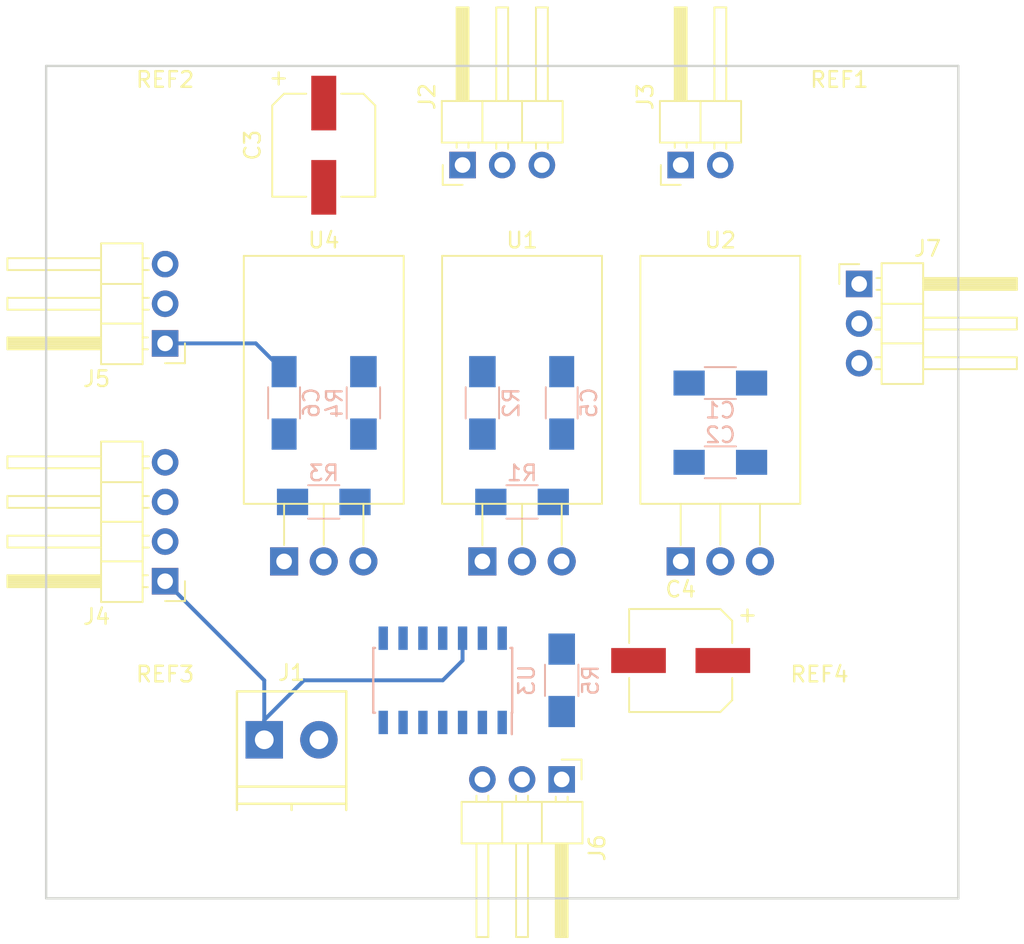
<source format=kicad_pcb>
(kicad_pcb (version 4) (host pcbnew 4.0.7)

  (general
    (links 49)
    (no_connects 46)
    (area 100.932857 53.994999 168.985001 117.455001)
    (thickness 1.6)
    (drawings 4)
    (tracks 9)
    (zones 0)
    (modules 26)
    (nets 17)
  )

  (page A4)
  (layers
    (0 F.Cu signal)
    (31 B.Cu signal)
    (32 B.Adhes user)
    (33 F.Adhes user)
    (34 B.Paste user)
    (35 F.Paste user)
    (36 B.SilkS user)
    (37 F.SilkS user)
    (38 B.Mask user)
    (39 F.Mask user)
    (40 Dwgs.User user)
    (41 Cmts.User user)
    (42 Eco1.User user)
    (43 Eco2.User user)
    (44 Edge.Cuts user)
    (45 Margin user)
    (46 B.CrtYd user)
    (47 F.CrtYd user)
    (48 B.Fab user)
    (49 F.Fab user)
  )

  (setup
    (last_trace_width 0.25)
    (trace_clearance 0.2)
    (zone_clearance 0.508)
    (zone_45_only no)
    (trace_min 0.2)
    (segment_width 0.2)
    (edge_width 0.15)
    (via_size 0.6)
    (via_drill 0.4)
    (via_min_size 0.4)
    (via_min_drill 0.3)
    (uvia_size 0.3)
    (uvia_drill 0.1)
    (uvias_allowed no)
    (uvia_min_size 0.2)
    (uvia_min_drill 0.1)
    (pcb_text_width 0.3)
    (pcb_text_size 1.5 1.5)
    (mod_edge_width 0.15)
    (mod_text_size 1 1)
    (mod_text_width 0.15)
    (pad_size 1.524 1.524)
    (pad_drill 0.762)
    (pad_to_mask_clearance 0.2)
    (aux_axis_origin 0 0)
    (visible_elements 7FFFBFFF)
    (pcbplotparams
      (layerselection 0x00030_80000001)
      (usegerberextensions false)
      (excludeedgelayer true)
      (linewidth 0.100000)
      (plotframeref false)
      (viasonmask false)
      (mode 1)
      (useauxorigin false)
      (hpglpennumber 1)
      (hpglpenspeed 20)
      (hpglpendiameter 15)
      (hpglpenoverlay 2)
      (psnegative false)
      (psa4output false)
      (plotreference true)
      (plotvalue true)
      (plotinvisibletext false)
      (padsonsilk false)
      (subtractmaskfromsilk false)
      (outputformat 1)
      (mirror false)
      (drillshape 1)
      (scaleselection 1)
      (outputdirectory ""))
  )

  (net 0 "")
  (net 1 GND)
  (net 2 "Net-(R1-Pad2)")
  (net 3 +12V)
  (net 4 +5V)
  (net 5 /PWR12)
  (net 6 /PWR34)
  (net 7 DATA)
  (net 8 /DTR)
  (net 9 /RXO)
  (net 10 /TXI)
  (net 11 "Net-(R3-Pad2)")
  (net 12 "Net-(R5-Pad2)")
  (net 13 "Net-(U3-Pad4)")
  (net 14 "Net-(U3-Pad5)")
  (net 15 "Net-(U3-Pad6)")
  (net 16 VCC)

  (net_class Default "This is the default net class."
    (clearance 0.2)
    (trace_width 0.25)
    (via_dia 0.6)
    (via_drill 0.4)
    (uvia_dia 0.3)
    (uvia_drill 0.1)
    (add_net +12V)
    (add_net +5V)
    (add_net /DTR)
    (add_net /PWR12)
    (add_net /PWR34)
    (add_net /RXO)
    (add_net /TXI)
    (add_net DATA)
    (add_net GND)
    (add_net "Net-(R1-Pad2)")
    (add_net "Net-(R3-Pad2)")
    (add_net "Net-(R5-Pad2)")
    (add_net "Net-(U3-Pad4)")
    (add_net "Net-(U3-Pad5)")
    (add_net "Net-(U3-Pad6)")
    (add_net VCC)
  )

  (module TerminalBlocks_Phoenix:TerminalBlock_Phoenix_PT-3.5mm_2pol placed (layer F.Cu) (tedit 5A7E77D6) (tstamp 5A83C84B)
    (at 119.38 101.6)
    (descr "2-way 3.5mm pitch terminal block, Phoenix PT series")
    (path /5A7A5435)
    (fp_text reference J1 (at 1.75 -4.3) (layer F.SilkS)
      (effects (font (size 1 1) (thickness 0.15)))
    )
    (fp_text value 12V (at -1.27 -3.81) (layer F.Fab)
      (effects (font (size 1 1) (thickness 0.15)))
    )
    (fp_text user %R (at 1.75 0) (layer F.Fab)
      (effects (font (size 1 1) (thickness 0.15)))
    )
    (fp_line (start -1.9 -3.3) (end 5.4 -3.3) (layer F.CrtYd) (width 0.05))
    (fp_line (start -1.9 4.7) (end -1.9 -3.3) (layer F.CrtYd) (width 0.05))
    (fp_line (start 5.4 4.7) (end -1.9 4.7) (layer F.CrtYd) (width 0.05))
    (fp_line (start 5.4 -3.3) (end 5.4 4.7) (layer F.CrtYd) (width 0.05))
    (fp_line (start 1.75 4.1) (end 1.75 4.5) (layer F.SilkS) (width 0.15))
    (fp_line (start -1.75 3) (end 5.25 3) (layer F.SilkS) (width 0.15))
    (fp_line (start -1.75 4.1) (end 5.25 4.1) (layer F.SilkS) (width 0.15))
    (fp_line (start -1.75 -3.1) (end -1.75 4.5) (layer F.SilkS) (width 0.15))
    (fp_line (start 5.25 4.5) (end 5.25 -3.1) (layer F.SilkS) (width 0.15))
    (fp_line (start 5.25 -3.1) (end -1.75 -3.1) (layer F.SilkS) (width 0.15))
    (pad 2 thru_hole circle (at 3.5 0) (size 2.4 2.4) (drill 1.2) (layers *.Cu *.Mask)
      (net 3 +12V))
    (pad 1 thru_hole rect (at 0 0) (size 2.4 2.4) (drill 1.2) (layers *.Cu *.Mask)
      (net 1 GND))
    (model ${KISYS3DMOD}/TerminalBlock_Phoenix.3dshapes/TerminalBlock_Phoenix_PT-3.5mm_2pol.wrl
      (at (xyz 0 0 0))
      (scale (xyz 1 1 1))
      (rotate (xyz 0 0 0))
    )
  )

  (module Resistors_SMD:R_1206_HandSoldering placed (layer B.Cu) (tedit 58E0A804) (tstamp 5A83C85D)
    (at 135.89 86.36 180)
    (descr "Resistor SMD 1206, hand soldering")
    (tags "resistor 1206")
    (path /5A7A511D)
    (attr smd)
    (fp_text reference R1 (at 0 1.85 180) (layer B.SilkS)
      (effects (font (size 1 1) (thickness 0.15)) (justify mirror))
    )
    (fp_text value 330 (at 0 -1.9 180) (layer B.Fab)
      (effects (font (size 1 1) (thickness 0.15)) (justify mirror))
    )
    (fp_text user %R (at 0 0 180) (layer B.Fab)
      (effects (font (size 0.7 0.7) (thickness 0.105)) (justify mirror))
    )
    (fp_line (start -1.6 -0.8) (end -1.6 0.8) (layer B.Fab) (width 0.1))
    (fp_line (start 1.6 -0.8) (end -1.6 -0.8) (layer B.Fab) (width 0.1))
    (fp_line (start 1.6 0.8) (end 1.6 -0.8) (layer B.Fab) (width 0.1))
    (fp_line (start -1.6 0.8) (end 1.6 0.8) (layer B.Fab) (width 0.1))
    (fp_line (start 1 -1.07) (end -1 -1.07) (layer B.SilkS) (width 0.12))
    (fp_line (start -1 1.07) (end 1 1.07) (layer B.SilkS) (width 0.12))
    (fp_line (start -3.25 1.11) (end 3.25 1.11) (layer B.CrtYd) (width 0.05))
    (fp_line (start -3.25 1.11) (end -3.25 -1.1) (layer B.CrtYd) (width 0.05))
    (fp_line (start 3.25 -1.1) (end 3.25 1.11) (layer B.CrtYd) (width 0.05))
    (fp_line (start 3.25 -1.1) (end -3.25 -1.1) (layer B.CrtYd) (width 0.05))
    (pad 1 smd rect (at -2 0 180) (size 2 1.7) (layers B.Cu B.Paste B.Mask)
      (net 5 /PWR12))
    (pad 2 smd rect (at 2 0 180) (size 2 1.7) (layers B.Cu B.Paste B.Mask)
      (net 2 "Net-(R1-Pad2)"))
    (model ${KISYS3DMOD}/Resistors_SMD.3dshapes/R_1206.wrl
      (at (xyz 0 0 0))
      (scale (xyz 1 1 1))
      (rotate (xyz 0 0 0))
    )
  )

  (module Resistors_SMD:R_1206_HandSoldering placed (layer B.Cu) (tedit 58E0A804) (tstamp 5A83C863)
    (at 133.35 80.01 90)
    (descr "Resistor SMD 1206, hand soldering")
    (tags "resistor 1206")
    (path /5A7A5040)
    (attr smd)
    (fp_text reference R2 (at 0 1.85 90) (layer B.SilkS)
      (effects (font (size 1 1) (thickness 0.15)) (justify mirror))
    )
    (fp_text value 1.8k (at 0 -1.9 90) (layer B.Fab)
      (effects (font (size 1 1) (thickness 0.15)) (justify mirror))
    )
    (fp_text user %R (at 0 0 90) (layer B.Fab)
      (effects (font (size 0.7 0.7) (thickness 0.105)) (justify mirror))
    )
    (fp_line (start -1.6 -0.8) (end -1.6 0.8) (layer B.Fab) (width 0.1))
    (fp_line (start 1.6 -0.8) (end -1.6 -0.8) (layer B.Fab) (width 0.1))
    (fp_line (start 1.6 0.8) (end 1.6 -0.8) (layer B.Fab) (width 0.1))
    (fp_line (start -1.6 0.8) (end 1.6 0.8) (layer B.Fab) (width 0.1))
    (fp_line (start 1 -1.07) (end -1 -1.07) (layer B.SilkS) (width 0.12))
    (fp_line (start -1 1.07) (end 1 1.07) (layer B.SilkS) (width 0.12))
    (fp_line (start -3.25 1.11) (end 3.25 1.11) (layer B.CrtYd) (width 0.05))
    (fp_line (start -3.25 1.11) (end -3.25 -1.1) (layer B.CrtYd) (width 0.05))
    (fp_line (start 3.25 -1.1) (end 3.25 1.11) (layer B.CrtYd) (width 0.05))
    (fp_line (start 3.25 -1.1) (end -3.25 -1.1) (layer B.CrtYd) (width 0.05))
    (pad 1 smd rect (at -2 0 90) (size 2 1.7) (layers B.Cu B.Paste B.Mask)
      (net 2 "Net-(R1-Pad2)"))
    (pad 2 smd rect (at 2 0 90) (size 2 1.7) (layers B.Cu B.Paste B.Mask)
      (net 1 GND))
    (model ${KISYS3DMOD}/Resistors_SMD.3dshapes/R_1206.wrl
      (at (xyz 0 0 0))
      (scale (xyz 1 1 1))
      (rotate (xyz 0 0 0))
    )
  )

  (module Pin_Headers:Pin_Header_Angled_1x03_Pitch2.54mm placed (layer F.Cu) (tedit 5A7E77B8) (tstamp 5A83C8A7)
    (at 132.08 64.77 90)
    (descr "Through hole angled pin header, 1x03, 2.54mm pitch, 6mm pin length, single row")
    (tags "Through hole angled pin header THT 1x03 2.54mm single row")
    (path /5A7A565B)
    (fp_text reference J2 (at 4.385 -2.27 90) (layer F.SilkS)
      (effects (font (size 1 1) (thickness 0.15)))
    )
    (fp_text value LEG1 (at 0 7.62 90) (layer F.Fab)
      (effects (font (size 1 1) (thickness 0.15)))
    )
    (fp_line (start 2.135 -1.27) (end 4.04 -1.27) (layer F.Fab) (width 0.1))
    (fp_line (start 4.04 -1.27) (end 4.04 6.35) (layer F.Fab) (width 0.1))
    (fp_line (start 4.04 6.35) (end 1.5 6.35) (layer F.Fab) (width 0.1))
    (fp_line (start 1.5 6.35) (end 1.5 -0.635) (layer F.Fab) (width 0.1))
    (fp_line (start 1.5 -0.635) (end 2.135 -1.27) (layer F.Fab) (width 0.1))
    (fp_line (start -0.32 -0.32) (end 1.5 -0.32) (layer F.Fab) (width 0.1))
    (fp_line (start -0.32 -0.32) (end -0.32 0.32) (layer F.Fab) (width 0.1))
    (fp_line (start -0.32 0.32) (end 1.5 0.32) (layer F.Fab) (width 0.1))
    (fp_line (start 4.04 -0.32) (end 10.04 -0.32) (layer F.Fab) (width 0.1))
    (fp_line (start 10.04 -0.32) (end 10.04 0.32) (layer F.Fab) (width 0.1))
    (fp_line (start 4.04 0.32) (end 10.04 0.32) (layer F.Fab) (width 0.1))
    (fp_line (start -0.32 2.22) (end 1.5 2.22) (layer F.Fab) (width 0.1))
    (fp_line (start -0.32 2.22) (end -0.32 2.86) (layer F.Fab) (width 0.1))
    (fp_line (start -0.32 2.86) (end 1.5 2.86) (layer F.Fab) (width 0.1))
    (fp_line (start 4.04 2.22) (end 10.04 2.22) (layer F.Fab) (width 0.1))
    (fp_line (start 10.04 2.22) (end 10.04 2.86) (layer F.Fab) (width 0.1))
    (fp_line (start 4.04 2.86) (end 10.04 2.86) (layer F.Fab) (width 0.1))
    (fp_line (start -0.32 4.76) (end 1.5 4.76) (layer F.Fab) (width 0.1))
    (fp_line (start -0.32 4.76) (end -0.32 5.4) (layer F.Fab) (width 0.1))
    (fp_line (start -0.32 5.4) (end 1.5 5.4) (layer F.Fab) (width 0.1))
    (fp_line (start 4.04 4.76) (end 10.04 4.76) (layer F.Fab) (width 0.1))
    (fp_line (start 10.04 4.76) (end 10.04 5.4) (layer F.Fab) (width 0.1))
    (fp_line (start 4.04 5.4) (end 10.04 5.4) (layer F.Fab) (width 0.1))
    (fp_line (start 1.44 -1.33) (end 1.44 6.41) (layer F.SilkS) (width 0.12))
    (fp_line (start 1.44 6.41) (end 4.1 6.41) (layer F.SilkS) (width 0.12))
    (fp_line (start 4.1 6.41) (end 4.1 -1.33) (layer F.SilkS) (width 0.12))
    (fp_line (start 4.1 -1.33) (end 1.44 -1.33) (layer F.SilkS) (width 0.12))
    (fp_line (start 4.1 -0.38) (end 10.1 -0.38) (layer F.SilkS) (width 0.12))
    (fp_line (start 10.1 -0.38) (end 10.1 0.38) (layer F.SilkS) (width 0.12))
    (fp_line (start 10.1 0.38) (end 4.1 0.38) (layer F.SilkS) (width 0.12))
    (fp_line (start 4.1 -0.32) (end 10.1 -0.32) (layer F.SilkS) (width 0.12))
    (fp_line (start 4.1 -0.2) (end 10.1 -0.2) (layer F.SilkS) (width 0.12))
    (fp_line (start 4.1 -0.08) (end 10.1 -0.08) (layer F.SilkS) (width 0.12))
    (fp_line (start 4.1 0.04) (end 10.1 0.04) (layer F.SilkS) (width 0.12))
    (fp_line (start 4.1 0.16) (end 10.1 0.16) (layer F.SilkS) (width 0.12))
    (fp_line (start 4.1 0.28) (end 10.1 0.28) (layer F.SilkS) (width 0.12))
    (fp_line (start 1.11 -0.38) (end 1.44 -0.38) (layer F.SilkS) (width 0.12))
    (fp_line (start 1.11 0.38) (end 1.44 0.38) (layer F.SilkS) (width 0.12))
    (fp_line (start 1.44 1.27) (end 4.1 1.27) (layer F.SilkS) (width 0.12))
    (fp_line (start 4.1 2.16) (end 10.1 2.16) (layer F.SilkS) (width 0.12))
    (fp_line (start 10.1 2.16) (end 10.1 2.92) (layer F.SilkS) (width 0.12))
    (fp_line (start 10.1 2.92) (end 4.1 2.92) (layer F.SilkS) (width 0.12))
    (fp_line (start 1.042929 2.16) (end 1.44 2.16) (layer F.SilkS) (width 0.12))
    (fp_line (start 1.042929 2.92) (end 1.44 2.92) (layer F.SilkS) (width 0.12))
    (fp_line (start 1.44 3.81) (end 4.1 3.81) (layer F.SilkS) (width 0.12))
    (fp_line (start 4.1 4.7) (end 10.1 4.7) (layer F.SilkS) (width 0.12))
    (fp_line (start 10.1 4.7) (end 10.1 5.46) (layer F.SilkS) (width 0.12))
    (fp_line (start 10.1 5.46) (end 4.1 5.46) (layer F.SilkS) (width 0.12))
    (fp_line (start 1.042929 4.7) (end 1.44 4.7) (layer F.SilkS) (width 0.12))
    (fp_line (start 1.042929 5.46) (end 1.44 5.46) (layer F.SilkS) (width 0.12))
    (fp_line (start -1.27 0) (end -1.27 -1.27) (layer F.SilkS) (width 0.12))
    (fp_line (start -1.27 -1.27) (end 0 -1.27) (layer F.SilkS) (width 0.12))
    (fp_line (start -1.8 -1.8) (end -1.8 6.85) (layer F.CrtYd) (width 0.05))
    (fp_line (start -1.8 6.85) (end 10.55 6.85) (layer F.CrtYd) (width 0.05))
    (fp_line (start 10.55 6.85) (end 10.55 -1.8) (layer F.CrtYd) (width 0.05))
    (fp_line (start 10.55 -1.8) (end -1.8 -1.8) (layer F.CrtYd) (width 0.05))
    (fp_text user %R (at 2.77 2.54 180) (layer F.Fab)
      (effects (font (size 1 1) (thickness 0.15)))
    )
    (pad 1 thru_hole rect (at 0 0 90) (size 1.7 1.7) (drill 1) (layers *.Cu *.Mask)
      (net 1 GND))
    (pad 2 thru_hole oval (at 0 2.54 90) (size 1.7 1.7) (drill 1) (layers *.Cu *.Mask)
      (net 5 /PWR12))
    (pad 3 thru_hole oval (at 0 5.08 90) (size 1.7 1.7) (drill 1) (layers *.Cu *.Mask)
      (net 7 DATA))
    (model ${KISYS3DMOD}/Pin_Headers.3dshapes/Pin_Header_Angled_1x03_Pitch2.54mm.wrl
      (at (xyz 0 0 0))
      (scale (xyz 1 1 1))
      (rotate (xyz 0 0 0))
    )
  )

  (module Capacitors_SMD:C_1206_HandSoldering placed (layer B.Cu) (tedit 58AA84D1) (tstamp 5A7E06B5)
    (at 148.59 78.74)
    (descr "Capacitor SMD 1206, hand soldering")
    (tags "capacitor 1206")
    (path /5A7D6F2A)
    (attr smd)
    (fp_text reference C1 (at 0 1.75) (layer B.SilkS)
      (effects (font (size 1 1) (thickness 0.15)) (justify mirror))
    )
    (fp_text value C (at 0 -2) (layer B.Fab)
      (effects (font (size 1 1) (thickness 0.15)) (justify mirror))
    )
    (fp_text user %R (at 0 1.75) (layer B.Fab)
      (effects (font (size 1 1) (thickness 0.15)) (justify mirror))
    )
    (fp_line (start -1.6 -0.8) (end -1.6 0.8) (layer B.Fab) (width 0.1))
    (fp_line (start 1.6 -0.8) (end -1.6 -0.8) (layer B.Fab) (width 0.1))
    (fp_line (start 1.6 0.8) (end 1.6 -0.8) (layer B.Fab) (width 0.1))
    (fp_line (start -1.6 0.8) (end 1.6 0.8) (layer B.Fab) (width 0.1))
    (fp_line (start 1 1.02) (end -1 1.02) (layer B.SilkS) (width 0.12))
    (fp_line (start -1 -1.02) (end 1 -1.02) (layer B.SilkS) (width 0.12))
    (fp_line (start -3.25 1.05) (end 3.25 1.05) (layer B.CrtYd) (width 0.05))
    (fp_line (start -3.25 1.05) (end -3.25 -1.05) (layer B.CrtYd) (width 0.05))
    (fp_line (start 3.25 -1.05) (end 3.25 1.05) (layer B.CrtYd) (width 0.05))
    (fp_line (start 3.25 -1.05) (end -3.25 -1.05) (layer B.CrtYd) (width 0.05))
    (pad 1 smd rect (at -2 0) (size 2 1.6) (layers B.Cu B.Paste B.Mask)
      (net 3 +12V))
    (pad 2 smd rect (at 2 0) (size 2 1.6) (layers B.Cu B.Paste B.Mask)
      (net 1 GND))
    (model Capacitors_SMD.3dshapes/C_1206.wrl
      (at (xyz 0 0 0))
      (scale (xyz 1 1 1))
      (rotate (xyz 0 0 0))
    )
  )

  (module Capacitors_SMD:C_1206_HandSoldering placed (layer B.Cu) (tedit 58AA84D1) (tstamp 5A7E06BB)
    (at 148.59 83.82 180)
    (descr "Capacitor SMD 1206, hand soldering")
    (tags "capacitor 1206")
    (path /5A7D6ECB)
    (attr smd)
    (fp_text reference C2 (at 0 1.75 180) (layer B.SilkS)
      (effects (font (size 1 1) (thickness 0.15)) (justify mirror))
    )
    (fp_text value C (at 0 -2 180) (layer B.Fab)
      (effects (font (size 1 1) (thickness 0.15)) (justify mirror))
    )
    (fp_text user %R (at 0 1.75 180) (layer B.Fab)
      (effects (font (size 1 1) (thickness 0.15)) (justify mirror))
    )
    (fp_line (start -1.6 -0.8) (end -1.6 0.8) (layer B.Fab) (width 0.1))
    (fp_line (start 1.6 -0.8) (end -1.6 -0.8) (layer B.Fab) (width 0.1))
    (fp_line (start 1.6 0.8) (end 1.6 -0.8) (layer B.Fab) (width 0.1))
    (fp_line (start -1.6 0.8) (end 1.6 0.8) (layer B.Fab) (width 0.1))
    (fp_line (start 1 1.02) (end -1 1.02) (layer B.SilkS) (width 0.12))
    (fp_line (start -1 -1.02) (end 1 -1.02) (layer B.SilkS) (width 0.12))
    (fp_line (start -3.25 1.05) (end 3.25 1.05) (layer B.CrtYd) (width 0.05))
    (fp_line (start -3.25 1.05) (end -3.25 -1.05) (layer B.CrtYd) (width 0.05))
    (fp_line (start 3.25 -1.05) (end 3.25 1.05) (layer B.CrtYd) (width 0.05))
    (fp_line (start 3.25 -1.05) (end -3.25 -1.05) (layer B.CrtYd) (width 0.05))
    (pad 1 smd rect (at -2 0 180) (size 2 1.6) (layers B.Cu B.Paste B.Mask)
      (net 4 +5V))
    (pad 2 smd rect (at 2 0 180) (size 2 1.6) (layers B.Cu B.Paste B.Mask)
      (net 1 GND))
    (model Capacitors_SMD.3dshapes/C_1206.wrl
      (at (xyz 0 0 0))
      (scale (xyz 1 1 1))
      (rotate (xyz 0 0 0))
    )
  )

  (module Capacitors_SMD:CP_Elec_6.3x4.5 placed (layer F.Cu) (tedit 58AA8B18) (tstamp 5A7E06C1)
    (at 123.19 63.5 270)
    (descr "SMT capacitor, aluminium electrolytic, 6.3x4.5")
    (path /5A7D66F3)
    (attr smd)
    (fp_text reference C3 (at 0 4.56 270) (layer F.SilkS)
      (effects (font (size 1 1) (thickness 0.15)))
    )
    (fp_text value .1 (at 0 -4.56 270) (layer F.Fab)
      (effects (font (size 1 1) (thickness 0.15)))
    )
    (fp_circle (center 0 0) (end 0.9 2.9) (layer F.Fab) (width 0.1))
    (fp_text user + (at -1.73 -0.08 270) (layer F.Fab)
      (effects (font (size 1 1) (thickness 0.15)))
    )
    (fp_text user + (at -4.28 2.96 270) (layer F.SilkS)
      (effects (font (size 1 1) (thickness 0.15)))
    )
    (fp_text user %R (at 0 4.56 270) (layer F.Fab)
      (effects (font (size 1 1) (thickness 0.15)))
    )
    (fp_line (start 3.15 3.15) (end 3.15 -3.15) (layer F.Fab) (width 0.1))
    (fp_line (start -2.48 3.15) (end 3.15 3.15) (layer F.Fab) (width 0.1))
    (fp_line (start -3.15 2.48) (end -2.48 3.15) (layer F.Fab) (width 0.1))
    (fp_line (start -3.15 -2.48) (end -3.15 2.48) (layer F.Fab) (width 0.1))
    (fp_line (start -2.48 -3.15) (end -3.15 -2.48) (layer F.Fab) (width 0.1))
    (fp_line (start 3.15 -3.15) (end -2.48 -3.15) (layer F.Fab) (width 0.1))
    (fp_line (start 3.3 3.3) (end 3.3 1.12) (layer F.SilkS) (width 0.12))
    (fp_line (start 3.3 -3.3) (end 3.3 -1.12) (layer F.SilkS) (width 0.12))
    (fp_line (start -3.3 2.54) (end -3.3 1.12) (layer F.SilkS) (width 0.12))
    (fp_line (start -3.3 -2.54) (end -3.3 -1.12) (layer F.SilkS) (width 0.12))
    (fp_line (start 3.3 3.3) (end -2.54 3.3) (layer F.SilkS) (width 0.12))
    (fp_line (start -2.54 3.3) (end -3.3 2.54) (layer F.SilkS) (width 0.12))
    (fp_line (start -3.3 -2.54) (end -2.54 -3.3) (layer F.SilkS) (width 0.12))
    (fp_line (start -2.54 -3.3) (end 3.3 -3.3) (layer F.SilkS) (width 0.12))
    (fp_line (start -4.7 -3.4) (end 4.7 -3.4) (layer F.CrtYd) (width 0.05))
    (fp_line (start -4.7 -3.4) (end -4.7 3.4) (layer F.CrtYd) (width 0.05))
    (fp_line (start 4.7 3.4) (end 4.7 -3.4) (layer F.CrtYd) (width 0.05))
    (fp_line (start 4.7 3.4) (end -4.7 3.4) (layer F.CrtYd) (width 0.05))
    (pad 1 smd rect (at -2.7 0 90) (size 3.5 1.6) (layers F.Cu F.Paste F.Mask)
      (net 5 /PWR12))
    (pad 2 smd rect (at 2.7 0 90) (size 3.5 1.6) (layers F.Cu F.Paste F.Mask)
      (net 1 GND))
    (model Capacitors_SMD.3dshapes/CP_Elec_6.3x4.5.wrl
      (at (xyz 0 0 0))
      (scale (xyz 1 1 1))
      (rotate (xyz 0 0 180))
    )
  )

  (module Capacitors_SMD:CP_Elec_6.3x4.5 placed (layer F.Cu) (tedit 58AA8B18) (tstamp 5A7E06C7)
    (at 146.05 96.52 180)
    (descr "SMT capacitor, aluminium electrolytic, 6.3x4.5")
    (path /5A7D683A)
    (attr smd)
    (fp_text reference C4 (at 0 4.56 180) (layer F.SilkS)
      (effects (font (size 1 1) (thickness 0.15)))
    )
    (fp_text value .1 (at 0 -4.56 180) (layer F.Fab)
      (effects (font (size 1 1) (thickness 0.15)))
    )
    (fp_circle (center 0 0) (end 0.9 2.9) (layer F.Fab) (width 0.1))
    (fp_text user + (at -1.73 -0.08 180) (layer F.Fab)
      (effects (font (size 1 1) (thickness 0.15)))
    )
    (fp_text user + (at -4.28 2.96 180) (layer F.SilkS)
      (effects (font (size 1 1) (thickness 0.15)))
    )
    (fp_text user %R (at 0 4.56 180) (layer F.Fab)
      (effects (font (size 1 1) (thickness 0.15)))
    )
    (fp_line (start 3.15 3.15) (end 3.15 -3.15) (layer F.Fab) (width 0.1))
    (fp_line (start -2.48 3.15) (end 3.15 3.15) (layer F.Fab) (width 0.1))
    (fp_line (start -3.15 2.48) (end -2.48 3.15) (layer F.Fab) (width 0.1))
    (fp_line (start -3.15 -2.48) (end -3.15 2.48) (layer F.Fab) (width 0.1))
    (fp_line (start -2.48 -3.15) (end -3.15 -2.48) (layer F.Fab) (width 0.1))
    (fp_line (start 3.15 -3.15) (end -2.48 -3.15) (layer F.Fab) (width 0.1))
    (fp_line (start 3.3 3.3) (end 3.3 1.12) (layer F.SilkS) (width 0.12))
    (fp_line (start 3.3 -3.3) (end 3.3 -1.12) (layer F.SilkS) (width 0.12))
    (fp_line (start -3.3 2.54) (end -3.3 1.12) (layer F.SilkS) (width 0.12))
    (fp_line (start -3.3 -2.54) (end -3.3 -1.12) (layer F.SilkS) (width 0.12))
    (fp_line (start 3.3 3.3) (end -2.54 3.3) (layer F.SilkS) (width 0.12))
    (fp_line (start -2.54 3.3) (end -3.3 2.54) (layer F.SilkS) (width 0.12))
    (fp_line (start -3.3 -2.54) (end -2.54 -3.3) (layer F.SilkS) (width 0.12))
    (fp_line (start -2.54 -3.3) (end 3.3 -3.3) (layer F.SilkS) (width 0.12))
    (fp_line (start -4.7 -3.4) (end 4.7 -3.4) (layer F.CrtYd) (width 0.05))
    (fp_line (start -4.7 -3.4) (end -4.7 3.4) (layer F.CrtYd) (width 0.05))
    (fp_line (start 4.7 3.4) (end 4.7 -3.4) (layer F.CrtYd) (width 0.05))
    (fp_line (start 4.7 3.4) (end -4.7 3.4) (layer F.CrtYd) (width 0.05))
    (pad 1 smd rect (at -2.7 0) (size 3.5 1.6) (layers F.Cu F.Paste F.Mask)
      (net 6 /PWR34))
    (pad 2 smd rect (at 2.7 0) (size 3.5 1.6) (layers F.Cu F.Paste F.Mask)
      (net 1 GND))
    (model Capacitors_SMD.3dshapes/CP_Elec_6.3x4.5.wrl
      (at (xyz 0 0 0))
      (scale (xyz 1 1 1))
      (rotate (xyz 0 0 180))
    )
  )

  (module Capacitors_SMD:C_1206_HandSoldering placed (layer B.Cu) (tedit 58AA84D1) (tstamp 5A7E06CD)
    (at 138.43 80.01 90)
    (descr "Capacitor SMD 1206, hand soldering")
    (tags "capacitor 1206")
    (path /5A7E0AD9)
    (attr smd)
    (fp_text reference C5 (at 0 1.75 90) (layer B.SilkS)
      (effects (font (size 1 1) (thickness 0.15)) (justify mirror))
    )
    (fp_text value C (at 0 -2 90) (layer B.Fab)
      (effects (font (size 1 1) (thickness 0.15)) (justify mirror))
    )
    (fp_text user %R (at 0 1.75 90) (layer B.Fab)
      (effects (font (size 1 1) (thickness 0.15)) (justify mirror))
    )
    (fp_line (start -1.6 -0.8) (end -1.6 0.8) (layer B.Fab) (width 0.1))
    (fp_line (start 1.6 -0.8) (end -1.6 -0.8) (layer B.Fab) (width 0.1))
    (fp_line (start 1.6 0.8) (end 1.6 -0.8) (layer B.Fab) (width 0.1))
    (fp_line (start -1.6 0.8) (end 1.6 0.8) (layer B.Fab) (width 0.1))
    (fp_line (start 1 1.02) (end -1 1.02) (layer B.SilkS) (width 0.12))
    (fp_line (start -1 -1.02) (end 1 -1.02) (layer B.SilkS) (width 0.12))
    (fp_line (start -3.25 1.05) (end 3.25 1.05) (layer B.CrtYd) (width 0.05))
    (fp_line (start -3.25 1.05) (end -3.25 -1.05) (layer B.CrtYd) (width 0.05))
    (fp_line (start 3.25 -1.05) (end 3.25 1.05) (layer B.CrtYd) (width 0.05))
    (fp_line (start 3.25 -1.05) (end -3.25 -1.05) (layer B.CrtYd) (width 0.05))
    (pad 1 smd rect (at -2 0 90) (size 2 1.6) (layers B.Cu B.Paste B.Mask)
      (net 3 +12V))
    (pad 2 smd rect (at 2 0 90) (size 2 1.6) (layers B.Cu B.Paste B.Mask)
      (net 1 GND))
    (model Capacitors_SMD.3dshapes/C_1206.wrl
      (at (xyz 0 0 0))
      (scale (xyz 1 1 1))
      (rotate (xyz 0 0 0))
    )
  )

  (module Capacitors_SMD:C_1206_HandSoldering placed (layer B.Cu) (tedit 58AA84D1) (tstamp 5A7E06D3)
    (at 120.65 80.01 90)
    (descr "Capacitor SMD 1206, hand soldering")
    (tags "capacitor 1206")
    (path /5A7E0988)
    (attr smd)
    (fp_text reference C6 (at 0 1.75 90) (layer B.SilkS)
      (effects (font (size 1 1) (thickness 0.15)) (justify mirror))
    )
    (fp_text value C (at 0 -2 90) (layer B.Fab)
      (effects (font (size 1 1) (thickness 0.15)) (justify mirror))
    )
    (fp_text user %R (at 0 1.75 90) (layer B.Fab)
      (effects (font (size 1 1) (thickness 0.15)) (justify mirror))
    )
    (fp_line (start -1.6 -0.8) (end -1.6 0.8) (layer B.Fab) (width 0.1))
    (fp_line (start 1.6 -0.8) (end -1.6 -0.8) (layer B.Fab) (width 0.1))
    (fp_line (start 1.6 0.8) (end 1.6 -0.8) (layer B.Fab) (width 0.1))
    (fp_line (start -1.6 0.8) (end 1.6 0.8) (layer B.Fab) (width 0.1))
    (fp_line (start 1 1.02) (end -1 1.02) (layer B.SilkS) (width 0.12))
    (fp_line (start -1 -1.02) (end 1 -1.02) (layer B.SilkS) (width 0.12))
    (fp_line (start -3.25 1.05) (end 3.25 1.05) (layer B.CrtYd) (width 0.05))
    (fp_line (start -3.25 1.05) (end -3.25 -1.05) (layer B.CrtYd) (width 0.05))
    (fp_line (start 3.25 -1.05) (end 3.25 1.05) (layer B.CrtYd) (width 0.05))
    (fp_line (start 3.25 -1.05) (end -3.25 -1.05) (layer B.CrtYd) (width 0.05))
    (pad 1 smd rect (at -2 0 90) (size 2 1.6) (layers B.Cu B.Paste B.Mask)
      (net 3 +12V))
    (pad 2 smd rect (at 2 0 90) (size 2 1.6) (layers B.Cu B.Paste B.Mask)
      (net 1 GND))
    (model Capacitors_SMD.3dshapes/C_1206.wrl
      (at (xyz 0 0 0))
      (scale (xyz 1 1 1))
      (rotate (xyz 0 0 0))
    )
  )

  (module Pin_Headers:Pin_Header_Angled_1x04_Pitch2.54mm placed (layer F.Cu) (tedit 5A7E77C4) (tstamp 5A7E06DB)
    (at 113.03 91.44 180)
    (descr "Through hole angled pin header, 1x04, 2.54mm pitch, 6mm pin length, single row")
    (tags "Through hole angled pin header THT 1x04 2.54mm single row")
    (path /5A7D3D20)
    (fp_text reference J4 (at 4.385 -2.27 180) (layer F.SilkS)
      (effects (font (size 1 1) (thickness 0.15)))
    )
    (fp_text value Serial (at 0 10.16 180) (layer F.Fab)
      (effects (font (size 1 1) (thickness 0.15)))
    )
    (fp_line (start 2.135 -1.27) (end 4.04 -1.27) (layer F.Fab) (width 0.1))
    (fp_line (start 4.04 -1.27) (end 4.04 8.89) (layer F.Fab) (width 0.1))
    (fp_line (start 4.04 8.89) (end 1.5 8.89) (layer F.Fab) (width 0.1))
    (fp_line (start 1.5 8.89) (end 1.5 -0.635) (layer F.Fab) (width 0.1))
    (fp_line (start 1.5 -0.635) (end 2.135 -1.27) (layer F.Fab) (width 0.1))
    (fp_line (start -0.32 -0.32) (end 1.5 -0.32) (layer F.Fab) (width 0.1))
    (fp_line (start -0.32 -0.32) (end -0.32 0.32) (layer F.Fab) (width 0.1))
    (fp_line (start -0.32 0.32) (end 1.5 0.32) (layer F.Fab) (width 0.1))
    (fp_line (start 4.04 -0.32) (end 10.04 -0.32) (layer F.Fab) (width 0.1))
    (fp_line (start 10.04 -0.32) (end 10.04 0.32) (layer F.Fab) (width 0.1))
    (fp_line (start 4.04 0.32) (end 10.04 0.32) (layer F.Fab) (width 0.1))
    (fp_line (start -0.32 2.22) (end 1.5 2.22) (layer F.Fab) (width 0.1))
    (fp_line (start -0.32 2.22) (end -0.32 2.86) (layer F.Fab) (width 0.1))
    (fp_line (start -0.32 2.86) (end 1.5 2.86) (layer F.Fab) (width 0.1))
    (fp_line (start 4.04 2.22) (end 10.04 2.22) (layer F.Fab) (width 0.1))
    (fp_line (start 10.04 2.22) (end 10.04 2.86) (layer F.Fab) (width 0.1))
    (fp_line (start 4.04 2.86) (end 10.04 2.86) (layer F.Fab) (width 0.1))
    (fp_line (start -0.32 4.76) (end 1.5 4.76) (layer F.Fab) (width 0.1))
    (fp_line (start -0.32 4.76) (end -0.32 5.4) (layer F.Fab) (width 0.1))
    (fp_line (start -0.32 5.4) (end 1.5 5.4) (layer F.Fab) (width 0.1))
    (fp_line (start 4.04 4.76) (end 10.04 4.76) (layer F.Fab) (width 0.1))
    (fp_line (start 10.04 4.76) (end 10.04 5.4) (layer F.Fab) (width 0.1))
    (fp_line (start 4.04 5.4) (end 10.04 5.4) (layer F.Fab) (width 0.1))
    (fp_line (start -0.32 7.3) (end 1.5 7.3) (layer F.Fab) (width 0.1))
    (fp_line (start -0.32 7.3) (end -0.32 7.94) (layer F.Fab) (width 0.1))
    (fp_line (start -0.32 7.94) (end 1.5 7.94) (layer F.Fab) (width 0.1))
    (fp_line (start 4.04 7.3) (end 10.04 7.3) (layer F.Fab) (width 0.1))
    (fp_line (start 10.04 7.3) (end 10.04 7.94) (layer F.Fab) (width 0.1))
    (fp_line (start 4.04 7.94) (end 10.04 7.94) (layer F.Fab) (width 0.1))
    (fp_line (start 1.44 -1.33) (end 1.44 8.95) (layer F.SilkS) (width 0.12))
    (fp_line (start 1.44 8.95) (end 4.1 8.95) (layer F.SilkS) (width 0.12))
    (fp_line (start 4.1 8.95) (end 4.1 -1.33) (layer F.SilkS) (width 0.12))
    (fp_line (start 4.1 -1.33) (end 1.44 -1.33) (layer F.SilkS) (width 0.12))
    (fp_line (start 4.1 -0.38) (end 10.1 -0.38) (layer F.SilkS) (width 0.12))
    (fp_line (start 10.1 -0.38) (end 10.1 0.38) (layer F.SilkS) (width 0.12))
    (fp_line (start 10.1 0.38) (end 4.1 0.38) (layer F.SilkS) (width 0.12))
    (fp_line (start 4.1 -0.32) (end 10.1 -0.32) (layer F.SilkS) (width 0.12))
    (fp_line (start 4.1 -0.2) (end 10.1 -0.2) (layer F.SilkS) (width 0.12))
    (fp_line (start 4.1 -0.08) (end 10.1 -0.08) (layer F.SilkS) (width 0.12))
    (fp_line (start 4.1 0.04) (end 10.1 0.04) (layer F.SilkS) (width 0.12))
    (fp_line (start 4.1 0.16) (end 10.1 0.16) (layer F.SilkS) (width 0.12))
    (fp_line (start 4.1 0.28) (end 10.1 0.28) (layer F.SilkS) (width 0.12))
    (fp_line (start 1.11 -0.38) (end 1.44 -0.38) (layer F.SilkS) (width 0.12))
    (fp_line (start 1.11 0.38) (end 1.44 0.38) (layer F.SilkS) (width 0.12))
    (fp_line (start 1.44 1.27) (end 4.1 1.27) (layer F.SilkS) (width 0.12))
    (fp_line (start 4.1 2.16) (end 10.1 2.16) (layer F.SilkS) (width 0.12))
    (fp_line (start 10.1 2.16) (end 10.1 2.92) (layer F.SilkS) (width 0.12))
    (fp_line (start 10.1 2.92) (end 4.1 2.92) (layer F.SilkS) (width 0.12))
    (fp_line (start 1.042929 2.16) (end 1.44 2.16) (layer F.SilkS) (width 0.12))
    (fp_line (start 1.042929 2.92) (end 1.44 2.92) (layer F.SilkS) (width 0.12))
    (fp_line (start 1.44 3.81) (end 4.1 3.81) (layer F.SilkS) (width 0.12))
    (fp_line (start 4.1 4.7) (end 10.1 4.7) (layer F.SilkS) (width 0.12))
    (fp_line (start 10.1 4.7) (end 10.1 5.46) (layer F.SilkS) (width 0.12))
    (fp_line (start 10.1 5.46) (end 4.1 5.46) (layer F.SilkS) (width 0.12))
    (fp_line (start 1.042929 4.7) (end 1.44 4.7) (layer F.SilkS) (width 0.12))
    (fp_line (start 1.042929 5.46) (end 1.44 5.46) (layer F.SilkS) (width 0.12))
    (fp_line (start 1.44 6.35) (end 4.1 6.35) (layer F.SilkS) (width 0.12))
    (fp_line (start 4.1 7.24) (end 10.1 7.24) (layer F.SilkS) (width 0.12))
    (fp_line (start 10.1 7.24) (end 10.1 8) (layer F.SilkS) (width 0.12))
    (fp_line (start 10.1 8) (end 4.1 8) (layer F.SilkS) (width 0.12))
    (fp_line (start 1.042929 7.24) (end 1.44 7.24) (layer F.SilkS) (width 0.12))
    (fp_line (start 1.042929 8) (end 1.44 8) (layer F.SilkS) (width 0.12))
    (fp_line (start -1.27 0) (end -1.27 -1.27) (layer F.SilkS) (width 0.12))
    (fp_line (start -1.27 -1.27) (end 0 -1.27) (layer F.SilkS) (width 0.12))
    (fp_line (start -1.8 -1.8) (end -1.8 9.4) (layer F.CrtYd) (width 0.05))
    (fp_line (start -1.8 9.4) (end 10.55 9.4) (layer F.CrtYd) (width 0.05))
    (fp_line (start 10.55 9.4) (end 10.55 -1.8) (layer F.CrtYd) (width 0.05))
    (fp_line (start 10.55 -1.8) (end -1.8 -1.8) (layer F.CrtYd) (width 0.05))
    (fp_text user %R (at 2.77 3.81 270) (layer F.Fab)
      (effects (font (size 1 1) (thickness 0.15)))
    )
    (pad 1 thru_hole rect (at 0 0 180) (size 1.7 1.7) (drill 1) (layers *.Cu *.Mask)
      (net 1 GND))
    (pad 2 thru_hole oval (at 0 2.54 180) (size 1.7 1.7) (drill 1) (layers *.Cu *.Mask)
      (net 8 /DTR))
    (pad 3 thru_hole oval (at 0 5.08 180) (size 1.7 1.7) (drill 1) (layers *.Cu *.Mask)
      (net 9 /RXO))
    (pad 4 thru_hole oval (at 0 7.62 180) (size 1.7 1.7) (drill 1) (layers *.Cu *.Mask)
      (net 10 /TXI))
    (model ${KISYS3DMOD}/Pin_Headers.3dshapes/Pin_Header_Angled_1x04_Pitch2.54mm.wrl
      (at (xyz 0 0 0))
      (scale (xyz 1 1 1))
      (rotate (xyz 0 0 0))
    )
  )

  (module Pin_Headers:Pin_Header_Angled_1x03_Pitch2.54mm placed (layer F.Cu) (tedit 5A7E77BE) (tstamp 5A7E06E2)
    (at 113.03 76.2 180)
    (descr "Through hole angled pin header, 1x03, 2.54mm pitch, 6mm pin length, single row")
    (tags "Through hole angled pin header THT 1x03 2.54mm single row")
    (path /5A7D1ADC)
    (fp_text reference J5 (at 4.385 -2.27 180) (layer F.SilkS)
      (effects (font (size 1 1) (thickness 0.15)))
    )
    (fp_text value LEG2 (at 0 7.62 180) (layer F.Fab)
      (effects (font (size 1 1) (thickness 0.15)))
    )
    (fp_line (start 2.135 -1.27) (end 4.04 -1.27) (layer F.Fab) (width 0.1))
    (fp_line (start 4.04 -1.27) (end 4.04 6.35) (layer F.Fab) (width 0.1))
    (fp_line (start 4.04 6.35) (end 1.5 6.35) (layer F.Fab) (width 0.1))
    (fp_line (start 1.5 6.35) (end 1.5 -0.635) (layer F.Fab) (width 0.1))
    (fp_line (start 1.5 -0.635) (end 2.135 -1.27) (layer F.Fab) (width 0.1))
    (fp_line (start -0.32 -0.32) (end 1.5 -0.32) (layer F.Fab) (width 0.1))
    (fp_line (start -0.32 -0.32) (end -0.32 0.32) (layer F.Fab) (width 0.1))
    (fp_line (start -0.32 0.32) (end 1.5 0.32) (layer F.Fab) (width 0.1))
    (fp_line (start 4.04 -0.32) (end 10.04 -0.32) (layer F.Fab) (width 0.1))
    (fp_line (start 10.04 -0.32) (end 10.04 0.32) (layer F.Fab) (width 0.1))
    (fp_line (start 4.04 0.32) (end 10.04 0.32) (layer F.Fab) (width 0.1))
    (fp_line (start -0.32 2.22) (end 1.5 2.22) (layer F.Fab) (width 0.1))
    (fp_line (start -0.32 2.22) (end -0.32 2.86) (layer F.Fab) (width 0.1))
    (fp_line (start -0.32 2.86) (end 1.5 2.86) (layer F.Fab) (width 0.1))
    (fp_line (start 4.04 2.22) (end 10.04 2.22) (layer F.Fab) (width 0.1))
    (fp_line (start 10.04 2.22) (end 10.04 2.86) (layer F.Fab) (width 0.1))
    (fp_line (start 4.04 2.86) (end 10.04 2.86) (layer F.Fab) (width 0.1))
    (fp_line (start -0.32 4.76) (end 1.5 4.76) (layer F.Fab) (width 0.1))
    (fp_line (start -0.32 4.76) (end -0.32 5.4) (layer F.Fab) (width 0.1))
    (fp_line (start -0.32 5.4) (end 1.5 5.4) (layer F.Fab) (width 0.1))
    (fp_line (start 4.04 4.76) (end 10.04 4.76) (layer F.Fab) (width 0.1))
    (fp_line (start 10.04 4.76) (end 10.04 5.4) (layer F.Fab) (width 0.1))
    (fp_line (start 4.04 5.4) (end 10.04 5.4) (layer F.Fab) (width 0.1))
    (fp_line (start 1.44 -1.33) (end 1.44 6.41) (layer F.SilkS) (width 0.12))
    (fp_line (start 1.44 6.41) (end 4.1 6.41) (layer F.SilkS) (width 0.12))
    (fp_line (start 4.1 6.41) (end 4.1 -1.33) (layer F.SilkS) (width 0.12))
    (fp_line (start 4.1 -1.33) (end 1.44 -1.33) (layer F.SilkS) (width 0.12))
    (fp_line (start 4.1 -0.38) (end 10.1 -0.38) (layer F.SilkS) (width 0.12))
    (fp_line (start 10.1 -0.38) (end 10.1 0.38) (layer F.SilkS) (width 0.12))
    (fp_line (start 10.1 0.38) (end 4.1 0.38) (layer F.SilkS) (width 0.12))
    (fp_line (start 4.1 -0.32) (end 10.1 -0.32) (layer F.SilkS) (width 0.12))
    (fp_line (start 4.1 -0.2) (end 10.1 -0.2) (layer F.SilkS) (width 0.12))
    (fp_line (start 4.1 -0.08) (end 10.1 -0.08) (layer F.SilkS) (width 0.12))
    (fp_line (start 4.1 0.04) (end 10.1 0.04) (layer F.SilkS) (width 0.12))
    (fp_line (start 4.1 0.16) (end 10.1 0.16) (layer F.SilkS) (width 0.12))
    (fp_line (start 4.1 0.28) (end 10.1 0.28) (layer F.SilkS) (width 0.12))
    (fp_line (start 1.11 -0.38) (end 1.44 -0.38) (layer F.SilkS) (width 0.12))
    (fp_line (start 1.11 0.38) (end 1.44 0.38) (layer F.SilkS) (width 0.12))
    (fp_line (start 1.44 1.27) (end 4.1 1.27) (layer F.SilkS) (width 0.12))
    (fp_line (start 4.1 2.16) (end 10.1 2.16) (layer F.SilkS) (width 0.12))
    (fp_line (start 10.1 2.16) (end 10.1 2.92) (layer F.SilkS) (width 0.12))
    (fp_line (start 10.1 2.92) (end 4.1 2.92) (layer F.SilkS) (width 0.12))
    (fp_line (start 1.042929 2.16) (end 1.44 2.16) (layer F.SilkS) (width 0.12))
    (fp_line (start 1.042929 2.92) (end 1.44 2.92) (layer F.SilkS) (width 0.12))
    (fp_line (start 1.44 3.81) (end 4.1 3.81) (layer F.SilkS) (width 0.12))
    (fp_line (start 4.1 4.7) (end 10.1 4.7) (layer F.SilkS) (width 0.12))
    (fp_line (start 10.1 4.7) (end 10.1 5.46) (layer F.SilkS) (width 0.12))
    (fp_line (start 10.1 5.46) (end 4.1 5.46) (layer F.SilkS) (width 0.12))
    (fp_line (start 1.042929 4.7) (end 1.44 4.7) (layer F.SilkS) (width 0.12))
    (fp_line (start 1.042929 5.46) (end 1.44 5.46) (layer F.SilkS) (width 0.12))
    (fp_line (start -1.27 0) (end -1.27 -1.27) (layer F.SilkS) (width 0.12))
    (fp_line (start -1.27 -1.27) (end 0 -1.27) (layer F.SilkS) (width 0.12))
    (fp_line (start -1.8 -1.8) (end -1.8 6.85) (layer F.CrtYd) (width 0.05))
    (fp_line (start -1.8 6.85) (end 10.55 6.85) (layer F.CrtYd) (width 0.05))
    (fp_line (start 10.55 6.85) (end 10.55 -1.8) (layer F.CrtYd) (width 0.05))
    (fp_line (start 10.55 -1.8) (end -1.8 -1.8) (layer F.CrtYd) (width 0.05))
    (fp_text user %R (at 2.77 2.54 270) (layer F.Fab)
      (effects (font (size 1 1) (thickness 0.15)))
    )
    (pad 1 thru_hole rect (at 0 0 180) (size 1.7 1.7) (drill 1) (layers *.Cu *.Mask)
      (net 1 GND))
    (pad 2 thru_hole oval (at 0 2.54 180) (size 1.7 1.7) (drill 1) (layers *.Cu *.Mask)
      (net 5 /PWR12))
    (pad 3 thru_hole oval (at 0 5.08 180) (size 1.7 1.7) (drill 1) (layers *.Cu *.Mask)
      (net 7 DATA))
    (model ${KISYS3DMOD}/Pin_Headers.3dshapes/Pin_Header_Angled_1x03_Pitch2.54mm.wrl
      (at (xyz 0 0 0))
      (scale (xyz 1 1 1))
      (rotate (xyz 0 0 0))
    )
  )

  (module Pin_Headers:Pin_Header_Angled_1x03_Pitch2.54mm placed (layer F.Cu) (tedit 59650532) (tstamp 5A7E06E9)
    (at 138.43 104.14 270)
    (descr "Through hole angled pin header, 1x03, 2.54mm pitch, 6mm pin length, single row")
    (tags "Through hole angled pin header THT 1x03 2.54mm single row")
    (path /5A7D1B1F)
    (fp_text reference J6 (at 4.385 -2.27 270) (layer F.SilkS)
      (effects (font (size 1 1) (thickness 0.15)))
    )
    (fp_text value LEG3 (at 4.385 7.35 270) (layer F.Fab)
      (effects (font (size 1 1) (thickness 0.15)))
    )
    (fp_line (start 2.135 -1.27) (end 4.04 -1.27) (layer F.Fab) (width 0.1))
    (fp_line (start 4.04 -1.27) (end 4.04 6.35) (layer F.Fab) (width 0.1))
    (fp_line (start 4.04 6.35) (end 1.5 6.35) (layer F.Fab) (width 0.1))
    (fp_line (start 1.5 6.35) (end 1.5 -0.635) (layer F.Fab) (width 0.1))
    (fp_line (start 1.5 -0.635) (end 2.135 -1.27) (layer F.Fab) (width 0.1))
    (fp_line (start -0.32 -0.32) (end 1.5 -0.32) (layer F.Fab) (width 0.1))
    (fp_line (start -0.32 -0.32) (end -0.32 0.32) (layer F.Fab) (width 0.1))
    (fp_line (start -0.32 0.32) (end 1.5 0.32) (layer F.Fab) (width 0.1))
    (fp_line (start 4.04 -0.32) (end 10.04 -0.32) (layer F.Fab) (width 0.1))
    (fp_line (start 10.04 -0.32) (end 10.04 0.32) (layer F.Fab) (width 0.1))
    (fp_line (start 4.04 0.32) (end 10.04 0.32) (layer F.Fab) (width 0.1))
    (fp_line (start -0.32 2.22) (end 1.5 2.22) (layer F.Fab) (width 0.1))
    (fp_line (start -0.32 2.22) (end -0.32 2.86) (layer F.Fab) (width 0.1))
    (fp_line (start -0.32 2.86) (end 1.5 2.86) (layer F.Fab) (width 0.1))
    (fp_line (start 4.04 2.22) (end 10.04 2.22) (layer F.Fab) (width 0.1))
    (fp_line (start 10.04 2.22) (end 10.04 2.86) (layer F.Fab) (width 0.1))
    (fp_line (start 4.04 2.86) (end 10.04 2.86) (layer F.Fab) (width 0.1))
    (fp_line (start -0.32 4.76) (end 1.5 4.76) (layer F.Fab) (width 0.1))
    (fp_line (start -0.32 4.76) (end -0.32 5.4) (layer F.Fab) (width 0.1))
    (fp_line (start -0.32 5.4) (end 1.5 5.4) (layer F.Fab) (width 0.1))
    (fp_line (start 4.04 4.76) (end 10.04 4.76) (layer F.Fab) (width 0.1))
    (fp_line (start 10.04 4.76) (end 10.04 5.4) (layer F.Fab) (width 0.1))
    (fp_line (start 4.04 5.4) (end 10.04 5.4) (layer F.Fab) (width 0.1))
    (fp_line (start 1.44 -1.33) (end 1.44 6.41) (layer F.SilkS) (width 0.12))
    (fp_line (start 1.44 6.41) (end 4.1 6.41) (layer F.SilkS) (width 0.12))
    (fp_line (start 4.1 6.41) (end 4.1 -1.33) (layer F.SilkS) (width 0.12))
    (fp_line (start 4.1 -1.33) (end 1.44 -1.33) (layer F.SilkS) (width 0.12))
    (fp_line (start 4.1 -0.38) (end 10.1 -0.38) (layer F.SilkS) (width 0.12))
    (fp_line (start 10.1 -0.38) (end 10.1 0.38) (layer F.SilkS) (width 0.12))
    (fp_line (start 10.1 0.38) (end 4.1 0.38) (layer F.SilkS) (width 0.12))
    (fp_line (start 4.1 -0.32) (end 10.1 -0.32) (layer F.SilkS) (width 0.12))
    (fp_line (start 4.1 -0.2) (end 10.1 -0.2) (layer F.SilkS) (width 0.12))
    (fp_line (start 4.1 -0.08) (end 10.1 -0.08) (layer F.SilkS) (width 0.12))
    (fp_line (start 4.1 0.04) (end 10.1 0.04) (layer F.SilkS) (width 0.12))
    (fp_line (start 4.1 0.16) (end 10.1 0.16) (layer F.SilkS) (width 0.12))
    (fp_line (start 4.1 0.28) (end 10.1 0.28) (layer F.SilkS) (width 0.12))
    (fp_line (start 1.11 -0.38) (end 1.44 -0.38) (layer F.SilkS) (width 0.12))
    (fp_line (start 1.11 0.38) (end 1.44 0.38) (layer F.SilkS) (width 0.12))
    (fp_line (start 1.44 1.27) (end 4.1 1.27) (layer F.SilkS) (width 0.12))
    (fp_line (start 4.1 2.16) (end 10.1 2.16) (layer F.SilkS) (width 0.12))
    (fp_line (start 10.1 2.16) (end 10.1 2.92) (layer F.SilkS) (width 0.12))
    (fp_line (start 10.1 2.92) (end 4.1 2.92) (layer F.SilkS) (width 0.12))
    (fp_line (start 1.042929 2.16) (end 1.44 2.16) (layer F.SilkS) (width 0.12))
    (fp_line (start 1.042929 2.92) (end 1.44 2.92) (layer F.SilkS) (width 0.12))
    (fp_line (start 1.44 3.81) (end 4.1 3.81) (layer F.SilkS) (width 0.12))
    (fp_line (start 4.1 4.7) (end 10.1 4.7) (layer F.SilkS) (width 0.12))
    (fp_line (start 10.1 4.7) (end 10.1 5.46) (layer F.SilkS) (width 0.12))
    (fp_line (start 10.1 5.46) (end 4.1 5.46) (layer F.SilkS) (width 0.12))
    (fp_line (start 1.042929 4.7) (end 1.44 4.7) (layer F.SilkS) (width 0.12))
    (fp_line (start 1.042929 5.46) (end 1.44 5.46) (layer F.SilkS) (width 0.12))
    (fp_line (start -1.27 0) (end -1.27 -1.27) (layer F.SilkS) (width 0.12))
    (fp_line (start -1.27 -1.27) (end 0 -1.27) (layer F.SilkS) (width 0.12))
    (fp_line (start -1.8 -1.8) (end -1.8 6.85) (layer F.CrtYd) (width 0.05))
    (fp_line (start -1.8 6.85) (end 10.55 6.85) (layer F.CrtYd) (width 0.05))
    (fp_line (start 10.55 6.85) (end 10.55 -1.8) (layer F.CrtYd) (width 0.05))
    (fp_line (start 10.55 -1.8) (end -1.8 -1.8) (layer F.CrtYd) (width 0.05))
    (fp_text user %R (at 2.77 2.54 360) (layer F.Fab)
      (effects (font (size 1 1) (thickness 0.15)))
    )
    (pad 1 thru_hole rect (at 0 0 270) (size 1.7 1.7) (drill 1) (layers *.Cu *.Mask)
      (net 1 GND))
    (pad 2 thru_hole oval (at 0 2.54 270) (size 1.7 1.7) (drill 1) (layers *.Cu *.Mask)
      (net 6 /PWR34))
    (pad 3 thru_hole oval (at 0 5.08 270) (size 1.7 1.7) (drill 1) (layers *.Cu *.Mask)
      (net 7 DATA))
    (model ${KISYS3DMOD}/Pin_Headers.3dshapes/Pin_Header_Angled_1x03_Pitch2.54mm.wrl
      (at (xyz 0 0 0))
      (scale (xyz 1 1 1))
      (rotate (xyz 0 0 0))
    )
  )

  (module Pin_Headers:Pin_Header_Angled_1x03_Pitch2.54mm placed (layer F.Cu) (tedit 5A7E77A6) (tstamp 5A7E06F0)
    (at 157.48 72.39)
    (descr "Through hole angled pin header, 1x03, 2.54mm pitch, 6mm pin length, single row")
    (tags "Through hole angled pin header THT 1x03 2.54mm single row")
    (path /5A7D1B52)
    (fp_text reference J7 (at 4.385 -2.27) (layer F.SilkS)
      (effects (font (size 1 1) (thickness 0.15)))
    )
    (fp_text value LEG4 (at 0 7.62) (layer F.Fab)
      (effects (font (size 1 1) (thickness 0.15)))
    )
    (fp_line (start 2.135 -1.27) (end 4.04 -1.27) (layer F.Fab) (width 0.1))
    (fp_line (start 4.04 -1.27) (end 4.04 6.35) (layer F.Fab) (width 0.1))
    (fp_line (start 4.04 6.35) (end 1.5 6.35) (layer F.Fab) (width 0.1))
    (fp_line (start 1.5 6.35) (end 1.5 -0.635) (layer F.Fab) (width 0.1))
    (fp_line (start 1.5 -0.635) (end 2.135 -1.27) (layer F.Fab) (width 0.1))
    (fp_line (start -0.32 -0.32) (end 1.5 -0.32) (layer F.Fab) (width 0.1))
    (fp_line (start -0.32 -0.32) (end -0.32 0.32) (layer F.Fab) (width 0.1))
    (fp_line (start -0.32 0.32) (end 1.5 0.32) (layer F.Fab) (width 0.1))
    (fp_line (start 4.04 -0.32) (end 10.04 -0.32) (layer F.Fab) (width 0.1))
    (fp_line (start 10.04 -0.32) (end 10.04 0.32) (layer F.Fab) (width 0.1))
    (fp_line (start 4.04 0.32) (end 10.04 0.32) (layer F.Fab) (width 0.1))
    (fp_line (start -0.32 2.22) (end 1.5 2.22) (layer F.Fab) (width 0.1))
    (fp_line (start -0.32 2.22) (end -0.32 2.86) (layer F.Fab) (width 0.1))
    (fp_line (start -0.32 2.86) (end 1.5 2.86) (layer F.Fab) (width 0.1))
    (fp_line (start 4.04 2.22) (end 10.04 2.22) (layer F.Fab) (width 0.1))
    (fp_line (start 10.04 2.22) (end 10.04 2.86) (layer F.Fab) (width 0.1))
    (fp_line (start 4.04 2.86) (end 10.04 2.86) (layer F.Fab) (width 0.1))
    (fp_line (start -0.32 4.76) (end 1.5 4.76) (layer F.Fab) (width 0.1))
    (fp_line (start -0.32 4.76) (end -0.32 5.4) (layer F.Fab) (width 0.1))
    (fp_line (start -0.32 5.4) (end 1.5 5.4) (layer F.Fab) (width 0.1))
    (fp_line (start 4.04 4.76) (end 10.04 4.76) (layer F.Fab) (width 0.1))
    (fp_line (start 10.04 4.76) (end 10.04 5.4) (layer F.Fab) (width 0.1))
    (fp_line (start 4.04 5.4) (end 10.04 5.4) (layer F.Fab) (width 0.1))
    (fp_line (start 1.44 -1.33) (end 1.44 6.41) (layer F.SilkS) (width 0.12))
    (fp_line (start 1.44 6.41) (end 4.1 6.41) (layer F.SilkS) (width 0.12))
    (fp_line (start 4.1 6.41) (end 4.1 -1.33) (layer F.SilkS) (width 0.12))
    (fp_line (start 4.1 -1.33) (end 1.44 -1.33) (layer F.SilkS) (width 0.12))
    (fp_line (start 4.1 -0.38) (end 10.1 -0.38) (layer F.SilkS) (width 0.12))
    (fp_line (start 10.1 -0.38) (end 10.1 0.38) (layer F.SilkS) (width 0.12))
    (fp_line (start 10.1 0.38) (end 4.1 0.38) (layer F.SilkS) (width 0.12))
    (fp_line (start 4.1 -0.32) (end 10.1 -0.32) (layer F.SilkS) (width 0.12))
    (fp_line (start 4.1 -0.2) (end 10.1 -0.2) (layer F.SilkS) (width 0.12))
    (fp_line (start 4.1 -0.08) (end 10.1 -0.08) (layer F.SilkS) (width 0.12))
    (fp_line (start 4.1 0.04) (end 10.1 0.04) (layer F.SilkS) (width 0.12))
    (fp_line (start 4.1 0.16) (end 10.1 0.16) (layer F.SilkS) (width 0.12))
    (fp_line (start 4.1 0.28) (end 10.1 0.28) (layer F.SilkS) (width 0.12))
    (fp_line (start 1.11 -0.38) (end 1.44 -0.38) (layer F.SilkS) (width 0.12))
    (fp_line (start 1.11 0.38) (end 1.44 0.38) (layer F.SilkS) (width 0.12))
    (fp_line (start 1.44 1.27) (end 4.1 1.27) (layer F.SilkS) (width 0.12))
    (fp_line (start 4.1 2.16) (end 10.1 2.16) (layer F.SilkS) (width 0.12))
    (fp_line (start 10.1 2.16) (end 10.1 2.92) (layer F.SilkS) (width 0.12))
    (fp_line (start 10.1 2.92) (end 4.1 2.92) (layer F.SilkS) (width 0.12))
    (fp_line (start 1.042929 2.16) (end 1.44 2.16) (layer F.SilkS) (width 0.12))
    (fp_line (start 1.042929 2.92) (end 1.44 2.92) (layer F.SilkS) (width 0.12))
    (fp_line (start 1.44 3.81) (end 4.1 3.81) (layer F.SilkS) (width 0.12))
    (fp_line (start 4.1 4.7) (end 10.1 4.7) (layer F.SilkS) (width 0.12))
    (fp_line (start 10.1 4.7) (end 10.1 5.46) (layer F.SilkS) (width 0.12))
    (fp_line (start 10.1 5.46) (end 4.1 5.46) (layer F.SilkS) (width 0.12))
    (fp_line (start 1.042929 4.7) (end 1.44 4.7) (layer F.SilkS) (width 0.12))
    (fp_line (start 1.042929 5.46) (end 1.44 5.46) (layer F.SilkS) (width 0.12))
    (fp_line (start -1.27 0) (end -1.27 -1.27) (layer F.SilkS) (width 0.12))
    (fp_line (start -1.27 -1.27) (end 0 -1.27) (layer F.SilkS) (width 0.12))
    (fp_line (start -1.8 -1.8) (end -1.8 6.85) (layer F.CrtYd) (width 0.05))
    (fp_line (start -1.8 6.85) (end 10.55 6.85) (layer F.CrtYd) (width 0.05))
    (fp_line (start 10.55 6.85) (end 10.55 -1.8) (layer F.CrtYd) (width 0.05))
    (fp_line (start 10.55 -1.8) (end -1.8 -1.8) (layer F.CrtYd) (width 0.05))
    (fp_text user %R (at 2.77 2.54 90) (layer F.Fab)
      (effects (font (size 1 1) (thickness 0.15)))
    )
    (pad 1 thru_hole rect (at 0 0) (size 1.7 1.7) (drill 1) (layers *.Cu *.Mask)
      (net 1 GND))
    (pad 2 thru_hole oval (at 0 2.54) (size 1.7 1.7) (drill 1) (layers *.Cu *.Mask)
      (net 6 /PWR34))
    (pad 3 thru_hole oval (at 0 5.08) (size 1.7 1.7) (drill 1) (layers *.Cu *.Mask)
      (net 7 DATA))
    (model ${KISYS3DMOD}/Pin_Headers.3dshapes/Pin_Header_Angled_1x03_Pitch2.54mm.wrl
      (at (xyz 0 0 0))
      (scale (xyz 1 1 1))
      (rotate (xyz 0 0 0))
    )
  )

  (module Resistors_SMD:R_1206_HandSoldering placed (layer B.Cu) (tedit 58E0A804) (tstamp 5A7E06F6)
    (at 123.19 86.36 180)
    (descr "Resistor SMD 1206, hand soldering")
    (tags "resistor 1206")
    (path /5A7D22C5)
    (attr smd)
    (fp_text reference R3 (at 0 1.85 180) (layer B.SilkS)
      (effects (font (size 1 1) (thickness 0.15)) (justify mirror))
    )
    (fp_text value 330 (at 0 -1.9 180) (layer B.Fab)
      (effects (font (size 1 1) (thickness 0.15)) (justify mirror))
    )
    (fp_text user %R (at 0 0 180) (layer B.Fab)
      (effects (font (size 0.7 0.7) (thickness 0.105)) (justify mirror))
    )
    (fp_line (start -1.6 -0.8) (end -1.6 0.8) (layer B.Fab) (width 0.1))
    (fp_line (start 1.6 -0.8) (end -1.6 -0.8) (layer B.Fab) (width 0.1))
    (fp_line (start 1.6 0.8) (end 1.6 -0.8) (layer B.Fab) (width 0.1))
    (fp_line (start -1.6 0.8) (end 1.6 0.8) (layer B.Fab) (width 0.1))
    (fp_line (start 1 -1.07) (end -1 -1.07) (layer B.SilkS) (width 0.12))
    (fp_line (start -1 1.07) (end 1 1.07) (layer B.SilkS) (width 0.12))
    (fp_line (start -3.25 1.11) (end 3.25 1.11) (layer B.CrtYd) (width 0.05))
    (fp_line (start -3.25 1.11) (end -3.25 -1.1) (layer B.CrtYd) (width 0.05))
    (fp_line (start 3.25 -1.1) (end 3.25 1.11) (layer B.CrtYd) (width 0.05))
    (fp_line (start 3.25 -1.1) (end -3.25 -1.1) (layer B.CrtYd) (width 0.05))
    (pad 1 smd rect (at -2 0 180) (size 2 1.7) (layers B.Cu B.Paste B.Mask)
      (net 6 /PWR34))
    (pad 2 smd rect (at 2 0 180) (size 2 1.7) (layers B.Cu B.Paste B.Mask)
      (net 11 "Net-(R3-Pad2)"))
    (model ${KISYS3DMOD}/Resistors_SMD.3dshapes/R_1206.wrl
      (at (xyz 0 0 0))
      (scale (xyz 1 1 1))
      (rotate (xyz 0 0 0))
    )
  )

  (module Resistors_SMD:R_1206_HandSoldering placed (layer B.Cu) (tedit 58E0A804) (tstamp 5A7E06FC)
    (at 125.73 80.01 270)
    (descr "Resistor SMD 1206, hand soldering")
    (tags "resistor 1206")
    (path /5A7D2328)
    (attr smd)
    (fp_text reference R4 (at 0 1.85 270) (layer B.SilkS)
      (effects (font (size 1 1) (thickness 0.15)) (justify mirror))
    )
    (fp_text value 1.8k (at 0 -1.9 270) (layer B.Fab)
      (effects (font (size 1 1) (thickness 0.15)) (justify mirror))
    )
    (fp_text user %R (at 0 0 270) (layer B.Fab)
      (effects (font (size 0.7 0.7) (thickness 0.105)) (justify mirror))
    )
    (fp_line (start -1.6 -0.8) (end -1.6 0.8) (layer B.Fab) (width 0.1))
    (fp_line (start 1.6 -0.8) (end -1.6 -0.8) (layer B.Fab) (width 0.1))
    (fp_line (start 1.6 0.8) (end 1.6 -0.8) (layer B.Fab) (width 0.1))
    (fp_line (start -1.6 0.8) (end 1.6 0.8) (layer B.Fab) (width 0.1))
    (fp_line (start 1 -1.07) (end -1 -1.07) (layer B.SilkS) (width 0.12))
    (fp_line (start -1 1.07) (end 1 1.07) (layer B.SilkS) (width 0.12))
    (fp_line (start -3.25 1.11) (end 3.25 1.11) (layer B.CrtYd) (width 0.05))
    (fp_line (start -3.25 1.11) (end -3.25 -1.1) (layer B.CrtYd) (width 0.05))
    (fp_line (start 3.25 -1.1) (end 3.25 1.11) (layer B.CrtYd) (width 0.05))
    (fp_line (start 3.25 -1.1) (end -3.25 -1.1) (layer B.CrtYd) (width 0.05))
    (pad 1 smd rect (at -2 0 270) (size 2 1.7) (layers B.Cu B.Paste B.Mask)
      (net 11 "Net-(R3-Pad2)"))
    (pad 2 smd rect (at 2 0 270) (size 2 1.7) (layers B.Cu B.Paste B.Mask)
      (net 1 GND))
    (model ${KISYS3DMOD}/Resistors_SMD.3dshapes/R_1206.wrl
      (at (xyz 0 0 0))
      (scale (xyz 1 1 1))
      (rotate (xyz 0 0 0))
    )
  )

  (module Resistors_SMD:R_1206_HandSoldering placed (layer B.Cu) (tedit 5A7E0A8E) (tstamp 5A7E0702)
    (at 138.43 97.79 90)
    (descr "Resistor SMD 1206, hand soldering")
    (tags "resistor 1206")
    (path /5A7DCF87)
    (attr smd)
    (fp_text reference R5 (at 0 1.85 90) (layer B.SilkS)
      (effects (font (size 1 1) (thickness 0.15)) (justify mirror))
    )
    (fp_text value 10k (at 0 -1.9 90) (layer B.Fab)
      (effects (font (size 1 1) (thickness 0.15)) (justify mirror))
    )
    (fp_text user %R (at 0 0 360) (layer B.Fab)
      (effects (font (size 0.7 0.7) (thickness 0.105)) (justify mirror))
    )
    (fp_line (start -1.6 -0.8) (end -1.6 0.8) (layer B.Fab) (width 0.1))
    (fp_line (start 1.6 -0.8) (end -1.6 -0.8) (layer B.Fab) (width 0.1))
    (fp_line (start 1.6 0.8) (end 1.6 -0.8) (layer B.Fab) (width 0.1))
    (fp_line (start -1.6 0.8) (end 1.6 0.8) (layer B.Fab) (width 0.1))
    (fp_line (start 1 -1.07) (end -1 -1.07) (layer B.SilkS) (width 0.12))
    (fp_line (start -1 1.07) (end 1 1.07) (layer B.SilkS) (width 0.12))
    (fp_line (start -3.25 1.11) (end 3.25 1.11) (layer B.CrtYd) (width 0.05))
    (fp_line (start -3.25 1.11) (end -3.25 -1.1) (layer B.CrtYd) (width 0.05))
    (fp_line (start 3.25 -1.1) (end 3.25 1.11) (layer B.CrtYd) (width 0.05))
    (fp_line (start 3.25 -1.1) (end -3.25 -1.1) (layer B.CrtYd) (width 0.05))
    (pad 1 smd rect (at -2 0 90) (size 2 1.7) (layers B.Cu B.Paste B.Mask)
      (net 4 +5V))
    (pad 2 smd rect (at 2 0 90) (size 2 1.7) (layers B.Cu B.Paste B.Mask)
      (net 12 "Net-(R5-Pad2)"))
    (model ${KISYS3DMOD}/Resistors_SMD.3dshapes/R_1206.wrl
      (at (xyz 0 0 0))
      (scale (xyz 1 1 1))
      (rotate (xyz 0 0 0))
    )
  )

  (module TO_SOT_Packages_THT:TO-220-3_Horizontal placed (layer F.Cu) (tedit 58CE52AD) (tstamp 5A7E070A)
    (at 146.05 90.17)
    (descr "TO-220-3, Horizontal, RM 2.54mm")
    (tags "TO-220-3 Horizontal RM 2.54mm")
    (path /5A7D277A)
    (fp_text reference U2 (at 2.54 -20.58) (layer F.SilkS)
      (effects (font (size 1 1) (thickness 0.15)))
    )
    (fp_text value L7805 (at 2.54 1.9) (layer F.Fab)
      (effects (font (size 1 1) (thickness 0.15)))
    )
    (fp_text user %R (at 2.54 -20.58) (layer F.Fab)
      (effects (font (size 1 1) (thickness 0.15)))
    )
    (fp_line (start -2.46 -13.06) (end -2.46 -19.46) (layer F.Fab) (width 0.1))
    (fp_line (start -2.46 -19.46) (end 7.54 -19.46) (layer F.Fab) (width 0.1))
    (fp_line (start 7.54 -19.46) (end 7.54 -13.06) (layer F.Fab) (width 0.1))
    (fp_line (start 7.54 -13.06) (end -2.46 -13.06) (layer F.Fab) (width 0.1))
    (fp_line (start -2.46 -3.81) (end -2.46 -13.06) (layer F.Fab) (width 0.1))
    (fp_line (start -2.46 -13.06) (end 7.54 -13.06) (layer F.Fab) (width 0.1))
    (fp_line (start 7.54 -13.06) (end 7.54 -3.81) (layer F.Fab) (width 0.1))
    (fp_line (start 7.54 -3.81) (end -2.46 -3.81) (layer F.Fab) (width 0.1))
    (fp_line (start 0 -3.81) (end 0 0) (layer F.Fab) (width 0.1))
    (fp_line (start 2.54 -3.81) (end 2.54 0) (layer F.Fab) (width 0.1))
    (fp_line (start 5.08 -3.81) (end 5.08 0) (layer F.Fab) (width 0.1))
    (fp_line (start -2.58 -3.69) (end 7.66 -3.69) (layer F.SilkS) (width 0.12))
    (fp_line (start -2.58 -19.58) (end 7.66 -19.58) (layer F.SilkS) (width 0.12))
    (fp_line (start -2.58 -19.58) (end -2.58 -3.69) (layer F.SilkS) (width 0.12))
    (fp_line (start 7.66 -19.58) (end 7.66 -3.69) (layer F.SilkS) (width 0.12))
    (fp_line (start 0 -3.69) (end 0 -1.05) (layer F.SilkS) (width 0.12))
    (fp_line (start 2.54 -3.69) (end 2.54 -1.066) (layer F.SilkS) (width 0.12))
    (fp_line (start 5.08 -3.69) (end 5.08 -1.066) (layer F.SilkS) (width 0.12))
    (fp_line (start -2.71 -19.71) (end -2.71 1.15) (layer F.CrtYd) (width 0.05))
    (fp_line (start -2.71 1.15) (end 7.79 1.15) (layer F.CrtYd) (width 0.05))
    (fp_line (start 7.79 1.15) (end 7.79 -19.71) (layer F.CrtYd) (width 0.05))
    (fp_line (start 7.79 -19.71) (end -2.71 -19.71) (layer F.CrtYd) (width 0.05))
    (fp_circle (center 2.54 -16.66) (end 4.39 -16.66) (layer F.Fab) (width 0.1))
    (pad 0 np_thru_hole oval (at 2.54 -16.66) (size 3.5 3.5) (drill 3.5) (layers *.Cu *.Mask))
    (pad 1 thru_hole rect (at 0 0) (size 1.8 1.8) (drill 1) (layers *.Cu *.Mask)
      (net 3 +12V))
    (pad 2 thru_hole oval (at 2.54 0) (size 1.8 1.8) (drill 1) (layers *.Cu *.Mask)
      (net 1 GND))
    (pad 3 thru_hole oval (at 5.08 0) (size 1.8 1.8) (drill 1) (layers *.Cu *.Mask)
      (net 4 +5V))
    (model ${KISYS3DMOD}/TO_SOT_Packages_THT.3dshapes/TO-220-3_Horizontal.wrl
      (at (xyz 0.1 0 0))
      (scale (xyz 0.393701 0.393701 0.393701))
      (rotate (xyz 0 0 0))
    )
  )

  (module Housings_SOIC:SOIC-14_3.9x8.7mm_Pitch1.27mm placed (layer B.Cu) (tedit 58CC8F64) (tstamp 5A7E071C)
    (at 130.81 97.79 90)
    (descr "14-Lead Plastic Small Outline (SL) - Narrow, 3.90 mm Body [SOIC] (see Microchip Packaging Specification 00000049BS.pdf)")
    (tags "SOIC 1.27")
    (path /5A7D1FEE)
    (attr smd)
    (fp_text reference U3 (at 0 5.375 90) (layer B.SilkS)
      (effects (font (size 1 1) (thickness 0.15)) (justify mirror))
    )
    (fp_text value 74LS126 (at 0 -5.375 90) (layer B.Fab)
      (effects (font (size 1 1) (thickness 0.15)) (justify mirror))
    )
    (fp_text user %R (at 0 0 90) (layer B.Fab)
      (effects (font (size 0.9 0.9) (thickness 0.135)) (justify mirror))
    )
    (fp_line (start -0.95 4.35) (end 1.95 4.35) (layer B.Fab) (width 0.15))
    (fp_line (start 1.95 4.35) (end 1.95 -4.35) (layer B.Fab) (width 0.15))
    (fp_line (start 1.95 -4.35) (end -1.95 -4.35) (layer B.Fab) (width 0.15))
    (fp_line (start -1.95 -4.35) (end -1.95 3.35) (layer B.Fab) (width 0.15))
    (fp_line (start -1.95 3.35) (end -0.95 4.35) (layer B.Fab) (width 0.15))
    (fp_line (start -3.7 4.65) (end -3.7 -4.65) (layer B.CrtYd) (width 0.05))
    (fp_line (start 3.7 4.65) (end 3.7 -4.65) (layer B.CrtYd) (width 0.05))
    (fp_line (start -3.7 4.65) (end 3.7 4.65) (layer B.CrtYd) (width 0.05))
    (fp_line (start -3.7 -4.65) (end 3.7 -4.65) (layer B.CrtYd) (width 0.05))
    (fp_line (start -2.075 4.45) (end -2.075 4.425) (layer B.SilkS) (width 0.15))
    (fp_line (start 2.075 4.45) (end 2.075 4.335) (layer B.SilkS) (width 0.15))
    (fp_line (start 2.075 -4.45) (end 2.075 -4.335) (layer B.SilkS) (width 0.15))
    (fp_line (start -2.075 -4.45) (end -2.075 -4.335) (layer B.SilkS) (width 0.15))
    (fp_line (start -2.075 4.45) (end 2.075 4.45) (layer B.SilkS) (width 0.15))
    (fp_line (start -2.075 -4.45) (end 2.075 -4.45) (layer B.SilkS) (width 0.15))
    (fp_line (start -2.075 4.425) (end -3.45 4.425) (layer B.SilkS) (width 0.15))
    (pad 1 smd rect (at -2.7 3.81 90) (size 1.5 0.6) (layers B.Cu B.Paste B.Mask)
      (net 8 /DTR))
    (pad 2 smd rect (at -2.7 2.54 90) (size 1.5 0.6) (layers B.Cu B.Paste B.Mask)
      (net 7 DATA))
    (pad 3 smd rect (at -2.7 1.27 90) (size 1.5 0.6) (layers B.Cu B.Paste B.Mask)
      (net 9 /RXO))
    (pad 4 smd rect (at -2.7 0 90) (size 1.5 0.6) (layers B.Cu B.Paste B.Mask)
      (net 13 "Net-(U3-Pad4)"))
    (pad 5 smd rect (at -2.7 -1.27 90) (size 1.5 0.6) (layers B.Cu B.Paste B.Mask)
      (net 14 "Net-(U3-Pad5)"))
    (pad 6 smd rect (at -2.7 -2.54 90) (size 1.5 0.6) (layers B.Cu B.Paste B.Mask)
      (net 15 "Net-(U3-Pad6)"))
    (pad 7 smd rect (at -2.7 -3.81 90) (size 1.5 0.6) (layers B.Cu B.Paste B.Mask)
      (net 1 GND))
    (pad 8 smd rect (at 2.7 -3.81 90) (size 1.5 0.6) (layers B.Cu B.Paste B.Mask)
      (net 7 DATA))
    (pad 9 smd rect (at 2.7 -2.54 90) (size 1.5 0.6) (layers B.Cu B.Paste B.Mask)
      (net 10 /TXI))
    (pad 10 smd rect (at 2.7 -1.27 90) (size 1.5 0.6) (layers B.Cu B.Paste B.Mask)
      (net 12 "Net-(R5-Pad2)"))
    (pad 11 smd rect (at 2.7 0 90) (size 1.5 0.6) (layers B.Cu B.Paste B.Mask)
      (net 12 "Net-(R5-Pad2)"))
    (pad 12 smd rect (at 2.7 1.27 90) (size 1.5 0.6) (layers B.Cu B.Paste B.Mask)
      (net 1 GND))
    (pad 13 smd rect (at 2.7 2.54 90) (size 1.5 0.6) (layers B.Cu B.Paste B.Mask)
      (net 8 /DTR))
    (pad 14 smd rect (at 2.7 3.81 90) (size 1.5 0.6) (layers B.Cu B.Paste B.Mask)
      (net 16 VCC))
    (model ${KISYS3DMOD}/Housings_SOIC.3dshapes/SOIC-14_3.9x8.7mm_Pitch1.27mm.wrl
      (at (xyz 0 0 0))
      (scale (xyz 1 1 1))
      (rotate (xyz 0 0 0))
    )
  )

  (module Pin_Headers:Pin_Header_Angled_1x02_Pitch2.54mm (layer F.Cu) (tedit 5A7E77B1) (tstamp 5A7E6D6E)
    (at 146.05 64.77 90)
    (descr "Through hole angled pin header, 1x02, 2.54mm pitch, 6mm pin length, single row")
    (tags "Through hole angled pin header THT 1x02 2.54mm single row")
    (path /5A7E71A9)
    (fp_text reference J3 (at 4.385 -2.27 90) (layer F.SilkS)
      (effects (font (size 1 1) (thickness 0.15)))
    )
    (fp_text value USB (at 0 5.08 90) (layer F.Fab)
      (effects (font (size 1 1) (thickness 0.15)))
    )
    (fp_line (start 2.135 -1.27) (end 4.04 -1.27) (layer F.Fab) (width 0.1))
    (fp_line (start 4.04 -1.27) (end 4.04 3.81) (layer F.Fab) (width 0.1))
    (fp_line (start 4.04 3.81) (end 1.5 3.81) (layer F.Fab) (width 0.1))
    (fp_line (start 1.5 3.81) (end 1.5 -0.635) (layer F.Fab) (width 0.1))
    (fp_line (start 1.5 -0.635) (end 2.135 -1.27) (layer F.Fab) (width 0.1))
    (fp_line (start -0.32 -0.32) (end 1.5 -0.32) (layer F.Fab) (width 0.1))
    (fp_line (start -0.32 -0.32) (end -0.32 0.32) (layer F.Fab) (width 0.1))
    (fp_line (start -0.32 0.32) (end 1.5 0.32) (layer F.Fab) (width 0.1))
    (fp_line (start 4.04 -0.32) (end 10.04 -0.32) (layer F.Fab) (width 0.1))
    (fp_line (start 10.04 -0.32) (end 10.04 0.32) (layer F.Fab) (width 0.1))
    (fp_line (start 4.04 0.32) (end 10.04 0.32) (layer F.Fab) (width 0.1))
    (fp_line (start -0.32 2.22) (end 1.5 2.22) (layer F.Fab) (width 0.1))
    (fp_line (start -0.32 2.22) (end -0.32 2.86) (layer F.Fab) (width 0.1))
    (fp_line (start -0.32 2.86) (end 1.5 2.86) (layer F.Fab) (width 0.1))
    (fp_line (start 4.04 2.22) (end 10.04 2.22) (layer F.Fab) (width 0.1))
    (fp_line (start 10.04 2.22) (end 10.04 2.86) (layer F.Fab) (width 0.1))
    (fp_line (start 4.04 2.86) (end 10.04 2.86) (layer F.Fab) (width 0.1))
    (fp_line (start 1.44 -1.33) (end 1.44 3.87) (layer F.SilkS) (width 0.12))
    (fp_line (start 1.44 3.87) (end 4.1 3.87) (layer F.SilkS) (width 0.12))
    (fp_line (start 4.1 3.87) (end 4.1 -1.33) (layer F.SilkS) (width 0.12))
    (fp_line (start 4.1 -1.33) (end 1.44 -1.33) (layer F.SilkS) (width 0.12))
    (fp_line (start 4.1 -0.38) (end 10.1 -0.38) (layer F.SilkS) (width 0.12))
    (fp_line (start 10.1 -0.38) (end 10.1 0.38) (layer F.SilkS) (width 0.12))
    (fp_line (start 10.1 0.38) (end 4.1 0.38) (layer F.SilkS) (width 0.12))
    (fp_line (start 4.1 -0.32) (end 10.1 -0.32) (layer F.SilkS) (width 0.12))
    (fp_line (start 4.1 -0.2) (end 10.1 -0.2) (layer F.SilkS) (width 0.12))
    (fp_line (start 4.1 -0.08) (end 10.1 -0.08) (layer F.SilkS) (width 0.12))
    (fp_line (start 4.1 0.04) (end 10.1 0.04) (layer F.SilkS) (width 0.12))
    (fp_line (start 4.1 0.16) (end 10.1 0.16) (layer F.SilkS) (width 0.12))
    (fp_line (start 4.1 0.28) (end 10.1 0.28) (layer F.SilkS) (width 0.12))
    (fp_line (start 1.11 -0.38) (end 1.44 -0.38) (layer F.SilkS) (width 0.12))
    (fp_line (start 1.11 0.38) (end 1.44 0.38) (layer F.SilkS) (width 0.12))
    (fp_line (start 1.44 1.27) (end 4.1 1.27) (layer F.SilkS) (width 0.12))
    (fp_line (start 4.1 2.16) (end 10.1 2.16) (layer F.SilkS) (width 0.12))
    (fp_line (start 10.1 2.16) (end 10.1 2.92) (layer F.SilkS) (width 0.12))
    (fp_line (start 10.1 2.92) (end 4.1 2.92) (layer F.SilkS) (width 0.12))
    (fp_line (start 1.042929 2.16) (end 1.44 2.16) (layer F.SilkS) (width 0.12))
    (fp_line (start 1.042929 2.92) (end 1.44 2.92) (layer F.SilkS) (width 0.12))
    (fp_line (start -1.27 0) (end -1.27 -1.27) (layer F.SilkS) (width 0.12))
    (fp_line (start -1.27 -1.27) (end 0 -1.27) (layer F.SilkS) (width 0.12))
    (fp_line (start -1.8 -1.8) (end -1.8 4.35) (layer F.CrtYd) (width 0.05))
    (fp_line (start -1.8 4.35) (end 10.55 4.35) (layer F.CrtYd) (width 0.05))
    (fp_line (start 10.55 4.35) (end 10.55 -1.8) (layer F.CrtYd) (width 0.05))
    (fp_line (start 10.55 -1.8) (end -1.8 -1.8) (layer F.CrtYd) (width 0.05))
    (fp_text user %R (at 2.77 1.27 180) (layer F.Fab)
      (effects (font (size 1 1) (thickness 0.15)))
    )
    (pad 1 thru_hole rect (at 0 0 90) (size 1.7 1.7) (drill 1) (layers *.Cu *.Mask)
      (net 1 GND))
    (pad 2 thru_hole oval (at 0 2.54 90) (size 1.7 1.7) (drill 1) (layers *.Cu *.Mask)
      (net 4 +5V))
    (model ${KISYS3DMOD}/Pin_Headers.3dshapes/Pin_Header_Angled_1x02_Pitch2.54mm.wrl
      (at (xyz 0 0 0))
      (scale (xyz 1 1 1))
      (rotate (xyz 0 0 0))
    )
  )

  (module TO_SOT_Packages_THT:TO-220-3_Horizontal (layer F.Cu) (tedit 58CE52AD) (tstamp 5A7E6E24)
    (at 133.35 90.17)
    (descr "TO-220-3, Horizontal, RM 2.54mm")
    (tags "TO-220-3 Horizontal RM 2.54mm")
    (path /5A7A4FBF)
    (fp_text reference U1 (at 2.54 -20.58) (layer F.SilkS)
      (effects (font (size 1 1) (thickness 0.15)))
    )
    (fp_text value LM317_12 (at 2.54 1.9) (layer F.Fab)
      (effects (font (size 1 1) (thickness 0.15)))
    )
    (fp_text user %R (at 2.54 -20.58) (layer F.Fab)
      (effects (font (size 1 1) (thickness 0.15)))
    )
    (fp_line (start -2.46 -13.06) (end -2.46 -19.46) (layer F.Fab) (width 0.1))
    (fp_line (start -2.46 -19.46) (end 7.54 -19.46) (layer F.Fab) (width 0.1))
    (fp_line (start 7.54 -19.46) (end 7.54 -13.06) (layer F.Fab) (width 0.1))
    (fp_line (start 7.54 -13.06) (end -2.46 -13.06) (layer F.Fab) (width 0.1))
    (fp_line (start -2.46 -3.81) (end -2.46 -13.06) (layer F.Fab) (width 0.1))
    (fp_line (start -2.46 -13.06) (end 7.54 -13.06) (layer F.Fab) (width 0.1))
    (fp_line (start 7.54 -13.06) (end 7.54 -3.81) (layer F.Fab) (width 0.1))
    (fp_line (start 7.54 -3.81) (end -2.46 -3.81) (layer F.Fab) (width 0.1))
    (fp_line (start 0 -3.81) (end 0 0) (layer F.Fab) (width 0.1))
    (fp_line (start 2.54 -3.81) (end 2.54 0) (layer F.Fab) (width 0.1))
    (fp_line (start 5.08 -3.81) (end 5.08 0) (layer F.Fab) (width 0.1))
    (fp_line (start -2.58 -3.69) (end 7.66 -3.69) (layer F.SilkS) (width 0.12))
    (fp_line (start -2.58 -19.58) (end 7.66 -19.58) (layer F.SilkS) (width 0.12))
    (fp_line (start -2.58 -19.58) (end -2.58 -3.69) (layer F.SilkS) (width 0.12))
    (fp_line (start 7.66 -19.58) (end 7.66 -3.69) (layer F.SilkS) (width 0.12))
    (fp_line (start 0 -3.69) (end 0 -1.05) (layer F.SilkS) (width 0.12))
    (fp_line (start 2.54 -3.69) (end 2.54 -1.066) (layer F.SilkS) (width 0.12))
    (fp_line (start 5.08 -3.69) (end 5.08 -1.066) (layer F.SilkS) (width 0.12))
    (fp_line (start -2.71 -19.71) (end -2.71 1.15) (layer F.CrtYd) (width 0.05))
    (fp_line (start -2.71 1.15) (end 7.79 1.15) (layer F.CrtYd) (width 0.05))
    (fp_line (start 7.79 1.15) (end 7.79 -19.71) (layer F.CrtYd) (width 0.05))
    (fp_line (start 7.79 -19.71) (end -2.71 -19.71) (layer F.CrtYd) (width 0.05))
    (fp_circle (center 2.54 -16.66) (end 4.39 -16.66) (layer F.Fab) (width 0.1))
    (pad 0 np_thru_hole oval (at 2.54 -16.66) (size 3.5 3.5) (drill 3.5) (layers *.Cu *.Mask))
    (pad 1 thru_hole rect (at 0 0) (size 1.8 1.8) (drill 1) (layers *.Cu *.Mask)
      (net 2 "Net-(R1-Pad2)"))
    (pad 2 thru_hole oval (at 2.54 0) (size 1.8 1.8) (drill 1) (layers *.Cu *.Mask)
      (net 3 +12V))
    (pad 3 thru_hole oval (at 5.08 0) (size 1.8 1.8) (drill 1) (layers *.Cu *.Mask)
      (net 5 /PWR12))
    (model ${KISYS3DMOD}/TO_SOT_Packages_THT.3dshapes/TO-220-3_Horizontal.wrl
      (at (xyz 0.1 0 0))
      (scale (xyz 0.393701 0.393701 0.393701))
      (rotate (xyz 0 0 0))
    )
  )

  (module TO_SOT_Packages_THT:TO-220-3_Horizontal (layer F.Cu) (tedit 58CE52AD) (tstamp 5A7E6E2B)
    (at 120.65 90.17)
    (descr "TO-220-3, Horizontal, RM 2.54mm")
    (tags "TO-220-3 Horizontal RM 2.54mm")
    (path /5A7D5437)
    (fp_text reference U4 (at 2.54 -20.58) (layer F.SilkS)
      (effects (font (size 1 1) (thickness 0.15)))
    )
    (fp_text value LM317_34 (at 2.54 1.9) (layer F.Fab)
      (effects (font (size 1 1) (thickness 0.15)))
    )
    (fp_text user %R (at 2.54 -20.58) (layer F.Fab)
      (effects (font (size 1 1) (thickness 0.15)))
    )
    (fp_line (start -2.46 -13.06) (end -2.46 -19.46) (layer F.Fab) (width 0.1))
    (fp_line (start -2.46 -19.46) (end 7.54 -19.46) (layer F.Fab) (width 0.1))
    (fp_line (start 7.54 -19.46) (end 7.54 -13.06) (layer F.Fab) (width 0.1))
    (fp_line (start 7.54 -13.06) (end -2.46 -13.06) (layer F.Fab) (width 0.1))
    (fp_line (start -2.46 -3.81) (end -2.46 -13.06) (layer F.Fab) (width 0.1))
    (fp_line (start -2.46 -13.06) (end 7.54 -13.06) (layer F.Fab) (width 0.1))
    (fp_line (start 7.54 -13.06) (end 7.54 -3.81) (layer F.Fab) (width 0.1))
    (fp_line (start 7.54 -3.81) (end -2.46 -3.81) (layer F.Fab) (width 0.1))
    (fp_line (start 0 -3.81) (end 0 0) (layer F.Fab) (width 0.1))
    (fp_line (start 2.54 -3.81) (end 2.54 0) (layer F.Fab) (width 0.1))
    (fp_line (start 5.08 -3.81) (end 5.08 0) (layer F.Fab) (width 0.1))
    (fp_line (start -2.58 -3.69) (end 7.66 -3.69) (layer F.SilkS) (width 0.12))
    (fp_line (start -2.58 -19.58) (end 7.66 -19.58) (layer F.SilkS) (width 0.12))
    (fp_line (start -2.58 -19.58) (end -2.58 -3.69) (layer F.SilkS) (width 0.12))
    (fp_line (start 7.66 -19.58) (end 7.66 -3.69) (layer F.SilkS) (width 0.12))
    (fp_line (start 0 -3.69) (end 0 -1.05) (layer F.SilkS) (width 0.12))
    (fp_line (start 2.54 -3.69) (end 2.54 -1.066) (layer F.SilkS) (width 0.12))
    (fp_line (start 5.08 -3.69) (end 5.08 -1.066) (layer F.SilkS) (width 0.12))
    (fp_line (start -2.71 -19.71) (end -2.71 1.15) (layer F.CrtYd) (width 0.05))
    (fp_line (start -2.71 1.15) (end 7.79 1.15) (layer F.CrtYd) (width 0.05))
    (fp_line (start 7.79 1.15) (end 7.79 -19.71) (layer F.CrtYd) (width 0.05))
    (fp_line (start 7.79 -19.71) (end -2.71 -19.71) (layer F.CrtYd) (width 0.05))
    (fp_circle (center 2.54 -16.66) (end 4.39 -16.66) (layer F.Fab) (width 0.1))
    (pad 0 np_thru_hole oval (at 2.54 -16.66) (size 3.5 3.5) (drill 3.5) (layers *.Cu *.Mask))
    (pad 1 thru_hole rect (at 0 0) (size 1.8 1.8) (drill 1) (layers *.Cu *.Mask)
      (net 11 "Net-(R3-Pad2)"))
    (pad 2 thru_hole oval (at 2.54 0) (size 1.8 1.8) (drill 1) (layers *.Cu *.Mask)
      (net 3 +12V))
    (pad 3 thru_hole oval (at 5.08 0) (size 1.8 1.8) (drill 1) (layers *.Cu *.Mask)
      (net 6 /PWR34))
    (model ${KISYS3DMOD}/TO_SOT_Packages_THT.3dshapes/TO-220-3_Horizontal.wrl
      (at (xyz 0.1 0 0))
      (scale (xyz 0.393701 0.393701 0.393701))
      (rotate (xyz 0 0 0))
    )
  )

  (module Mounting_Holes:MountingHole_3.2mm_M3 (layer F.Cu) (tedit 5A7E7743) (tstamp 5A7E974E)
    (at 156.21 63.5)
    (descr "Mounting Hole 3.2mm, no annular, M3")
    (tags "mounting hole 3.2mm no annular m3")
    (attr virtual)
    (fp_text reference REF1 (at 0 -4.2) (layer F.SilkS)
      (effects (font (size 1 1) (thickness 0.15)))
    )
    (fp_text value "" (at 0 4.2) (layer F.Fab)
      (effects (font (size 1 1) (thickness 0.15)))
    )
    (fp_text user %R (at 0.3 0) (layer F.Fab)
      (effects (font (size 1 1) (thickness 0.15)))
    )
    (fp_circle (center 0 0) (end 3.2 0) (layer Cmts.User) (width 0.15))
    (fp_circle (center 0 0) (end 3.45 0) (layer F.CrtYd) (width 0.05))
    (pad 1 np_thru_hole circle (at 0 0) (size 3.2 3.2) (drill 3.2) (layers *.Cu *.Mask))
  )

  (module Mounting_Holes:MountingHole_3.2mm_M3 (layer F.Cu) (tedit 5A7E7753) (tstamp 5A7E974F)
    (at 113.03 63.5)
    (descr "Mounting Hole 3.2mm, no annular, M3")
    (tags "mounting hole 3.2mm no annular m3")
    (attr virtual)
    (fp_text reference REF2 (at 0 -4.2) (layer F.SilkS)
      (effects (font (size 1 1) (thickness 0.15)))
    )
    (fp_text value "" (at 0 4.2) (layer F.Fab)
      (effects (font (size 1 1) (thickness 0.15)))
    )
    (fp_text user %R (at 0.3 0) (layer F.Fab)
      (effects (font (size 1 1) (thickness 0.15)))
    )
    (fp_circle (center 0 0) (end 3.2 0) (layer Cmts.User) (width 0.15))
    (fp_circle (center 0 0) (end 3.45 0) (layer F.CrtYd) (width 0.05))
    (pad 1 np_thru_hole circle (at 0 0) (size 3.2 3.2) (drill 3.2) (layers *.Cu *.Mask))
  )

  (module Mounting_Holes:MountingHole_3.2mm_M3 (layer F.Cu) (tedit 5A7E7770) (tstamp 5A7E9750)
    (at 113.03 101.6)
    (descr "Mounting Hole 3.2mm, no annular, M3")
    (tags "mounting hole 3.2mm no annular m3")
    (attr virtual)
    (fp_text reference REF3 (at 0 -4.2) (layer F.SilkS)
      (effects (font (size 1 1) (thickness 0.15)))
    )
    (fp_text value "" (at 0 4.2) (layer F.Fab) hide
      (effects (font (size 1 1) (thickness 0.15)))
    )
    (fp_text user %R (at 0.3 0) (layer F.Fab)
      (effects (font (size 1 1) (thickness 0.15)))
    )
    (fp_circle (center 0 0) (end 3.2 0) (layer Cmts.User) (width 0.15))
    (fp_circle (center 0 0) (end 3.45 0) (layer F.CrtYd) (width 0.05))
    (pad 1 np_thru_hole circle (at 0 0) (size 3.2 3.2) (drill 3.2) (layers *.Cu *.Mask))
  )

  (module Mounting_Holes:MountingHole_3.2mm_M3 (layer F.Cu) (tedit 5A7E7796) (tstamp 5A7E9751)
    (at 154.94 101.6)
    (descr "Mounting Hole 3.2mm, no annular, M3")
    (tags "mounting hole 3.2mm no annular m3")
    (attr virtual)
    (fp_text reference REF4 (at 0 -4.2) (layer F.SilkS)
      (effects (font (size 1 1) (thickness 0.15)))
    )
    (fp_text value 3.2mm_M3 (at 0 4.2) (layer F.Fab) hide
      (effects (font (size 1 1) (thickness 0.15)))
    )
    (fp_text user %R (at 0.3 0) (layer F.Fab)
      (effects (font (size 1 1) (thickness 0.15)))
    )
    (fp_circle (center 0 0) (end 3.2 0) (layer Cmts.User) (width 0.15))
    (fp_circle (center 0 0) (end 3.45 0) (layer F.CrtYd) (width 0.05))
    (pad 1 np_thru_hole circle (at 0 0) (size 3.2 3.2) (drill 3.2) (layers *.Cu *.Mask))
  )

  (gr_line (start 163.83 58.42) (end 105.41 58.42) (angle 90) (layer Edge.Cuts) (width 0.15))
  (gr_line (start 105.41 58.42) (end 105.41 111.76) (angle 90) (layer Edge.Cuts) (width 0.15))
  (gr_line (start 163.83 111.76) (end 105.41 111.76) (angle 90) (layer Edge.Cuts) (width 0.15))
  (gr_line (start 163.83 58.42) (end 163.83 111.76) (angle 90) (layer Edge.Cuts) (width 0.15))

  (segment (start 113.03 76.2) (end 118.84 76.2) (width 0.25) (layer B.Cu) (net 1) (status 400000))
  (segment (start 118.84 76.2) (end 120.65 78.01) (width 0.25) (layer B.Cu) (net 1) (tstamp 5A7E9DD2) (status 800000))
  (segment (start 119.38 101.6) (end 119.38 100.33) (width 0.25) (layer B.Cu) (net 1) (status 400000))
  (segment (start 132.08 96.52) (end 132.08 95.09) (width 0.25) (layer B.Cu) (net 1) (tstamp 5A7E9DCE) (status 800000))
  (segment (start 130.81 97.79) (end 132.08 96.52) (width 0.25) (layer B.Cu) (net 1) (tstamp 5A7E9DCC))
  (segment (start 121.92 97.79) (end 130.81 97.79) (width 0.25) (layer B.Cu) (net 1) (tstamp 5A7E9DCA))
  (segment (start 119.38 100.33) (end 121.92 97.79) (width 0.25) (layer B.Cu) (net 1) (tstamp 5A7E9DC8))
  (segment (start 119.38 101.6) (end 119.38 97.79) (width 0.25) (layer B.Cu) (net 1) (status 400000))
  (segment (start 119.38 97.79) (end 113.03 91.44) (width 0.25) (layer B.Cu) (net 1) (tstamp 5A7E9DC4) (status 800000))

)

</source>
